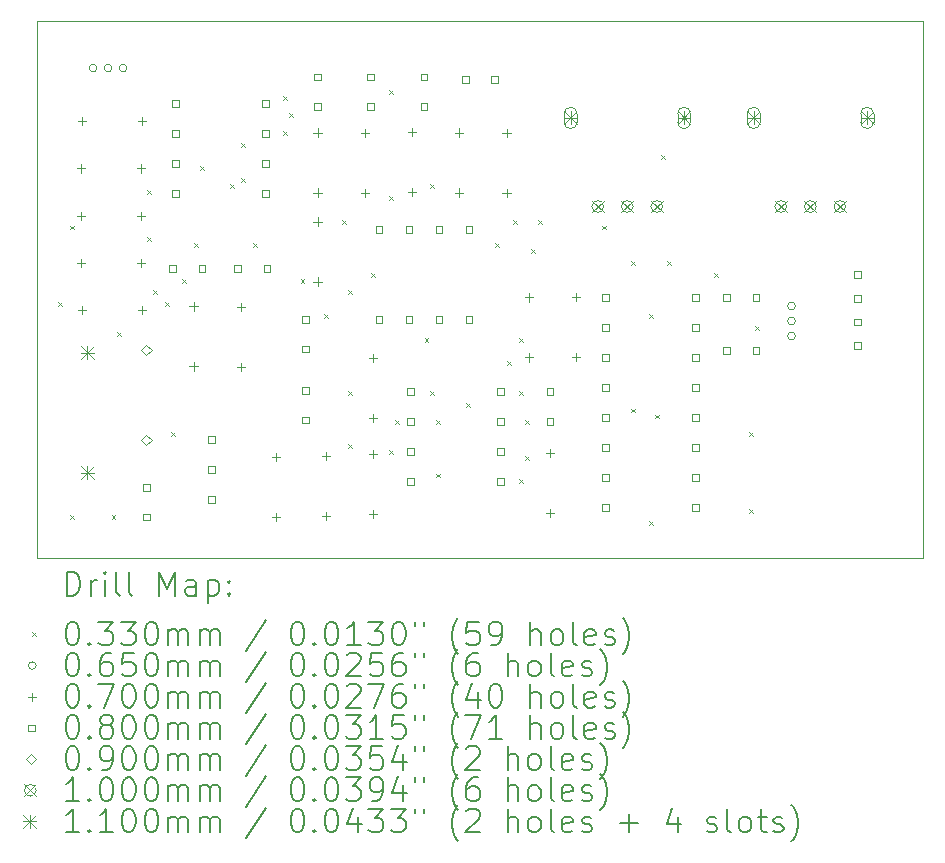
<source format=gbr>
%TF.GenerationSoftware,KiCad,Pcbnew,9.0.6*%
%TF.CreationDate,2025-12-17T23:03:54-08:00*%
%TF.ProjectId,LichKingChorus,4c696368-4b69-46e6-9743-686f7275732e,rev?*%
%TF.SameCoordinates,Original*%
%TF.FileFunction,Drillmap*%
%TF.FilePolarity,Positive*%
%FSLAX45Y45*%
G04 Gerber Fmt 4.5, Leading zero omitted, Abs format (unit mm)*
G04 Created by KiCad (PCBNEW 9.0.6) date 2025-12-17 23:03:54*
%MOMM*%
%LPD*%
G01*
G04 APERTURE LIST*
%ADD10C,0.100000*%
%ADD11C,0.200000*%
%ADD12C,0.110000*%
G04 APERTURE END LIST*
D10*
X12450000Y-7200000D02*
X19950000Y-7200000D01*
X19950000Y-11750000D01*
X12450000Y-11750000D01*
X12450000Y-7200000D01*
D11*
D10*
X12633490Y-9583490D02*
X12666510Y-9616510D01*
X12666510Y-9583490D02*
X12633490Y-9616510D01*
X12733490Y-8933490D02*
X12766510Y-8966510D01*
X12766510Y-8933490D02*
X12733490Y-8966510D01*
X12733490Y-11383490D02*
X12766510Y-11416510D01*
X12766510Y-11383490D02*
X12733490Y-11416510D01*
X13083490Y-11383490D02*
X13116510Y-11416510D01*
X13116510Y-11383490D02*
X13083490Y-11416510D01*
X13133490Y-9833490D02*
X13166510Y-9866510D01*
X13166510Y-9833490D02*
X13133490Y-9866510D01*
X13383490Y-8633490D02*
X13416510Y-8666510D01*
X13416510Y-8633490D02*
X13383490Y-8666510D01*
X13383490Y-9033490D02*
X13416510Y-9066510D01*
X13416510Y-9033490D02*
X13383490Y-9066510D01*
X13433490Y-9483490D02*
X13466510Y-9516510D01*
X13466510Y-9483490D02*
X13433490Y-9516510D01*
X13533490Y-9583490D02*
X13566510Y-9616510D01*
X13566510Y-9583490D02*
X13533490Y-9616510D01*
X13583490Y-10683490D02*
X13616510Y-10716510D01*
X13616510Y-10683490D02*
X13583490Y-10716510D01*
X13683490Y-9383490D02*
X13716510Y-9416510D01*
X13716510Y-9383490D02*
X13683490Y-9416510D01*
X13783490Y-9083490D02*
X13816510Y-9116510D01*
X13816510Y-9083490D02*
X13783490Y-9116510D01*
X13833490Y-8433490D02*
X13866510Y-8466510D01*
X13866510Y-8433490D02*
X13833490Y-8466510D01*
X14083490Y-8583490D02*
X14116510Y-8616510D01*
X14116510Y-8583490D02*
X14083490Y-8616510D01*
X14183490Y-8233490D02*
X14216510Y-8266510D01*
X14216510Y-8233490D02*
X14183490Y-8266510D01*
X14183490Y-8533490D02*
X14216510Y-8566510D01*
X14216510Y-8533490D02*
X14183490Y-8566510D01*
X14283490Y-9083490D02*
X14316510Y-9116510D01*
X14316510Y-9083490D02*
X14283490Y-9116510D01*
X14533490Y-7833490D02*
X14566510Y-7866510D01*
X14566510Y-7833490D02*
X14533490Y-7866510D01*
X14533490Y-8133490D02*
X14566510Y-8166510D01*
X14566510Y-8133490D02*
X14533490Y-8166510D01*
X14583490Y-7983490D02*
X14616510Y-8016510D01*
X14616510Y-7983490D02*
X14583490Y-8016510D01*
X14683490Y-9383490D02*
X14716510Y-9416510D01*
X14716510Y-9383490D02*
X14683490Y-9416510D01*
X14883490Y-9683490D02*
X14916510Y-9716510D01*
X14916510Y-9683490D02*
X14883490Y-9716510D01*
X15033490Y-8883490D02*
X15066510Y-8916510D01*
X15066510Y-8883490D02*
X15033490Y-8916510D01*
X15083490Y-9483490D02*
X15116510Y-9516510D01*
X15116510Y-9483490D02*
X15083490Y-9516510D01*
X15083490Y-10333490D02*
X15116510Y-10366510D01*
X15116510Y-10333490D02*
X15083490Y-10366510D01*
X15083490Y-10783490D02*
X15116510Y-10816510D01*
X15116510Y-10783490D02*
X15083490Y-10816510D01*
X15283490Y-9333490D02*
X15316510Y-9366510D01*
X15316510Y-9333490D02*
X15283490Y-9366510D01*
X15433490Y-7783490D02*
X15466510Y-7816510D01*
X15466510Y-7783490D02*
X15433490Y-7816510D01*
X15433490Y-8683490D02*
X15466510Y-8716510D01*
X15466510Y-8683490D02*
X15433490Y-8716510D01*
X15433490Y-10833490D02*
X15466510Y-10866510D01*
X15466510Y-10833490D02*
X15433490Y-10866510D01*
X15483490Y-10583490D02*
X15516510Y-10616510D01*
X15516510Y-10583490D02*
X15483490Y-10616510D01*
X15733490Y-9883490D02*
X15766510Y-9916510D01*
X15766510Y-9883490D02*
X15733490Y-9916510D01*
X15783490Y-8583490D02*
X15816510Y-8616510D01*
X15816510Y-8583490D02*
X15783490Y-8616510D01*
X15783490Y-10333490D02*
X15816510Y-10366510D01*
X15816510Y-10333490D02*
X15783490Y-10366510D01*
X15833490Y-10583490D02*
X15866510Y-10616510D01*
X15866510Y-10583490D02*
X15833490Y-10616510D01*
X15833490Y-11033490D02*
X15866510Y-11066510D01*
X15866510Y-11033490D02*
X15833490Y-11066510D01*
X16083490Y-10433490D02*
X16116510Y-10466510D01*
X16116510Y-10433490D02*
X16083490Y-10466510D01*
X16333490Y-9083490D02*
X16366510Y-9116510D01*
X16366510Y-9083490D02*
X16333490Y-9116510D01*
X16433490Y-10083490D02*
X16466510Y-10116510D01*
X16466510Y-10083490D02*
X16433490Y-10116510D01*
X16483490Y-8883490D02*
X16516510Y-8916510D01*
X16516510Y-8883490D02*
X16483490Y-8916510D01*
X16533490Y-9883490D02*
X16566510Y-9916510D01*
X16566510Y-9883490D02*
X16533490Y-9916510D01*
X16533490Y-10333490D02*
X16566510Y-10366510D01*
X16566510Y-10333490D02*
X16533490Y-10366510D01*
X16533490Y-11083490D02*
X16566510Y-11116510D01*
X16566510Y-11083490D02*
X16533490Y-11116510D01*
X16583490Y-10583490D02*
X16616510Y-10616510D01*
X16616510Y-10583490D02*
X16583490Y-10616510D01*
X16583490Y-10883490D02*
X16616510Y-10916510D01*
X16616510Y-10883490D02*
X16583490Y-10916510D01*
X16633490Y-9133490D02*
X16666510Y-9166510D01*
X16666510Y-9133490D02*
X16633490Y-9166510D01*
X16695440Y-8883490D02*
X16728460Y-8916510D01*
X16728460Y-8883490D02*
X16695440Y-8916510D01*
X17233490Y-8933490D02*
X17266510Y-8966510D01*
X17266510Y-8933490D02*
X17233490Y-8966510D01*
X17483490Y-9233490D02*
X17516510Y-9266510D01*
X17516510Y-9233490D02*
X17483490Y-9266510D01*
X17483490Y-10483490D02*
X17516510Y-10516510D01*
X17516510Y-10483490D02*
X17483490Y-10516510D01*
X17633490Y-9683490D02*
X17666510Y-9716510D01*
X17666510Y-9683490D02*
X17633490Y-9716510D01*
X17633490Y-11433490D02*
X17666510Y-11466510D01*
X17666510Y-11433490D02*
X17633490Y-11466510D01*
X17683490Y-10533490D02*
X17716510Y-10566510D01*
X17716510Y-10533490D02*
X17683490Y-10566510D01*
X17733490Y-8333490D02*
X17766510Y-8366510D01*
X17766510Y-8333490D02*
X17733490Y-8366510D01*
X17783490Y-9233490D02*
X17816510Y-9266510D01*
X17816510Y-9233490D02*
X17783490Y-9266510D01*
X18183490Y-9333490D02*
X18216510Y-9366510D01*
X18216510Y-9333490D02*
X18183490Y-9366510D01*
X18483490Y-10683490D02*
X18516510Y-10716510D01*
X18516510Y-10683490D02*
X18483490Y-10716510D01*
X18483490Y-11333490D02*
X18516510Y-11366510D01*
X18516510Y-11333490D02*
X18483490Y-11366510D01*
X18533490Y-9783490D02*
X18566510Y-9816510D01*
X18566510Y-9783490D02*
X18533490Y-9816510D01*
X12960000Y-7600000D02*
G75*
G02*
X12895000Y-7600000I-32500J0D01*
G01*
X12895000Y-7600000D02*
G75*
G02*
X12960000Y-7600000I32500J0D01*
G01*
X13087000Y-7600000D02*
G75*
G02*
X13022000Y-7600000I-32500J0D01*
G01*
X13022000Y-7600000D02*
G75*
G02*
X13087000Y-7600000I32500J0D01*
G01*
X13214000Y-7600000D02*
G75*
G02*
X13149000Y-7600000I-32500J0D01*
G01*
X13149000Y-7600000D02*
G75*
G02*
X13214000Y-7600000I32500J0D01*
G01*
X18873000Y-9615000D02*
G75*
G02*
X18808000Y-9615000I-32500J0D01*
G01*
X18808000Y-9615000D02*
G75*
G02*
X18873000Y-9615000I32500J0D01*
G01*
X18873000Y-9742000D02*
G75*
G02*
X18808000Y-9742000I-32500J0D01*
G01*
X18808000Y-9742000D02*
G75*
G02*
X18873000Y-9742000I32500J0D01*
G01*
X18873000Y-9869000D02*
G75*
G02*
X18808000Y-9869000I-32500J0D01*
G01*
X18808000Y-9869000D02*
G75*
G02*
X18873000Y-9869000I32500J0D01*
G01*
X12823500Y-8415000D02*
X12823500Y-8485000D01*
X12788500Y-8450000D02*
X12858500Y-8450000D01*
X12823500Y-8815000D02*
X12823500Y-8885000D01*
X12788500Y-8850000D02*
X12858500Y-8850000D01*
X12823500Y-9215000D02*
X12823500Y-9285000D01*
X12788500Y-9250000D02*
X12858500Y-9250000D01*
X12831500Y-8015000D02*
X12831500Y-8085000D01*
X12796500Y-8050000D02*
X12866500Y-8050000D01*
X12831500Y-9615000D02*
X12831500Y-9685000D01*
X12796500Y-9650000D02*
X12866500Y-9650000D01*
X13331500Y-8415000D02*
X13331500Y-8485000D01*
X13296500Y-8450000D02*
X13366500Y-8450000D01*
X13331500Y-8815000D02*
X13331500Y-8885000D01*
X13296500Y-8850000D02*
X13366500Y-8850000D01*
X13331500Y-9215000D02*
X13331500Y-9285000D01*
X13296500Y-9250000D02*
X13366500Y-9250000D01*
X13339500Y-8015000D02*
X13339500Y-8085000D01*
X13304500Y-8050000D02*
X13374500Y-8050000D01*
X13339500Y-9615000D02*
X13339500Y-9685000D01*
X13304500Y-9650000D02*
X13374500Y-9650000D01*
X13777500Y-9583500D02*
X13777500Y-9653500D01*
X13742500Y-9618500D02*
X13812500Y-9618500D01*
X13777500Y-10091500D02*
X13777500Y-10161500D01*
X13742500Y-10126500D02*
X13812500Y-10126500D01*
X14177500Y-9587500D02*
X14177500Y-9657500D01*
X14142500Y-9622500D02*
X14212500Y-9622500D01*
X14177500Y-10095500D02*
X14177500Y-10165500D01*
X14142500Y-10130500D02*
X14212500Y-10130500D01*
X14477500Y-10861000D02*
X14477500Y-10931000D01*
X14442500Y-10896000D02*
X14512500Y-10896000D01*
X14477500Y-11369000D02*
X14477500Y-11439000D01*
X14442500Y-11404000D02*
X14512500Y-11404000D01*
X14827500Y-8111000D02*
X14827500Y-8181000D01*
X14792500Y-8146000D02*
X14862500Y-8146000D01*
X14827500Y-8619000D02*
X14827500Y-8689000D01*
X14792500Y-8654000D02*
X14862500Y-8654000D01*
X14827500Y-8865000D02*
X14827500Y-8935000D01*
X14792500Y-8900000D02*
X14862500Y-8900000D01*
X14827500Y-9373000D02*
X14827500Y-9443000D01*
X14792500Y-9408000D02*
X14862500Y-9408000D01*
X14896000Y-10849000D02*
X14896000Y-10919000D01*
X14861000Y-10884000D02*
X14931000Y-10884000D01*
X14896000Y-11357000D02*
X14896000Y-11427000D01*
X14861000Y-11392000D02*
X14931000Y-11392000D01*
X15227500Y-8115000D02*
X15227500Y-8185000D01*
X15192500Y-8150000D02*
X15262500Y-8150000D01*
X15227500Y-8623000D02*
X15227500Y-8693000D01*
X15192500Y-8658000D02*
X15262500Y-8658000D01*
X15296000Y-10022000D02*
X15296000Y-10092000D01*
X15261000Y-10057000D02*
X15331000Y-10057000D01*
X15296000Y-10530000D02*
X15296000Y-10600000D01*
X15261000Y-10565000D02*
X15331000Y-10565000D01*
X15296000Y-10830000D02*
X15296000Y-10900000D01*
X15261000Y-10865000D02*
X15331000Y-10865000D01*
X15296000Y-11338000D02*
X15296000Y-11408000D01*
X15261000Y-11373000D02*
X15331000Y-11373000D01*
X15627500Y-8107000D02*
X15627500Y-8177000D01*
X15592500Y-8142000D02*
X15662500Y-8142000D01*
X15627500Y-8615000D02*
X15627500Y-8685000D01*
X15592500Y-8650000D02*
X15662500Y-8650000D01*
X16027500Y-8111000D02*
X16027500Y-8181000D01*
X15992500Y-8146000D02*
X16062500Y-8146000D01*
X16027500Y-8619000D02*
X16027500Y-8689000D01*
X15992500Y-8654000D02*
X16062500Y-8654000D01*
X16427500Y-8115000D02*
X16427500Y-8185000D01*
X16392500Y-8150000D02*
X16462500Y-8150000D01*
X16427500Y-8623000D02*
X16427500Y-8693000D01*
X16392500Y-8658000D02*
X16462500Y-8658000D01*
X16615500Y-9507000D02*
X16615500Y-9577000D01*
X16580500Y-9542000D02*
X16650500Y-9542000D01*
X16615500Y-10015000D02*
X16615500Y-10085000D01*
X16580500Y-10050000D02*
X16650500Y-10050000D01*
X16796000Y-10826000D02*
X16796000Y-10896000D01*
X16761000Y-10861000D02*
X16831000Y-10861000D01*
X16796000Y-11334000D02*
X16796000Y-11404000D01*
X16761000Y-11369000D02*
X16831000Y-11369000D01*
X17015500Y-9503000D02*
X17015500Y-9573000D01*
X16980500Y-9538000D02*
X17050500Y-9538000D01*
X17015500Y-10011000D02*
X17015500Y-10081000D01*
X16980500Y-10046000D02*
X17050500Y-10046000D01*
X13405784Y-11178285D02*
X13405784Y-11121716D01*
X13349215Y-11121716D01*
X13349215Y-11178285D01*
X13405784Y-11178285D01*
X13405784Y-11428284D02*
X13405784Y-11371715D01*
X13349215Y-11371715D01*
X13349215Y-11428284D01*
X13405784Y-11428284D01*
X13626784Y-9328285D02*
X13626784Y-9271716D01*
X13570215Y-9271716D01*
X13570215Y-9328285D01*
X13626784Y-9328285D01*
X13651784Y-7928284D02*
X13651784Y-7871715D01*
X13595215Y-7871715D01*
X13595215Y-7928284D01*
X13651784Y-7928284D01*
X13651784Y-8182284D02*
X13651784Y-8125715D01*
X13595215Y-8125715D01*
X13595215Y-8182284D01*
X13651784Y-8182284D01*
X13651784Y-8436285D02*
X13651784Y-8379715D01*
X13595215Y-8379715D01*
X13595215Y-8436285D01*
X13651784Y-8436285D01*
X13651784Y-8690285D02*
X13651784Y-8633716D01*
X13595215Y-8633716D01*
X13595215Y-8690285D01*
X13651784Y-8690285D01*
X13876784Y-9328285D02*
X13876784Y-9271716D01*
X13820215Y-9271716D01*
X13820215Y-9328285D01*
X13876784Y-9328285D01*
X13955784Y-10774285D02*
X13955784Y-10717716D01*
X13899215Y-10717716D01*
X13899215Y-10774285D01*
X13955784Y-10774285D01*
X13955784Y-11028285D02*
X13955784Y-10971716D01*
X13899215Y-10971716D01*
X13899215Y-11028285D01*
X13955784Y-11028285D01*
X13955784Y-11282284D02*
X13955784Y-11225715D01*
X13899215Y-11225715D01*
X13899215Y-11282284D01*
X13955784Y-11282284D01*
X14176784Y-9328285D02*
X14176784Y-9271716D01*
X14120215Y-9271716D01*
X14120215Y-9328285D01*
X14176784Y-9328285D01*
X14413784Y-7928284D02*
X14413784Y-7871715D01*
X14357215Y-7871715D01*
X14357215Y-7928284D01*
X14413784Y-7928284D01*
X14413784Y-8182284D02*
X14413784Y-8125715D01*
X14357215Y-8125715D01*
X14357215Y-8182284D01*
X14413784Y-8182284D01*
X14413784Y-8436285D02*
X14413784Y-8379715D01*
X14357215Y-8379715D01*
X14357215Y-8436285D01*
X14413784Y-8436285D01*
X14413784Y-8690285D02*
X14413784Y-8633716D01*
X14357215Y-8633716D01*
X14357215Y-8690285D01*
X14413784Y-8690285D01*
X14426784Y-9328285D02*
X14426784Y-9271716D01*
X14370215Y-9271716D01*
X14370215Y-9328285D01*
X14426784Y-9328285D01*
X14755784Y-9757773D02*
X14755784Y-9701204D01*
X14699215Y-9701204D01*
X14699215Y-9757773D01*
X14755784Y-9757773D01*
X14755784Y-10007773D02*
X14755784Y-9951204D01*
X14699215Y-9951204D01*
X14699215Y-10007773D01*
X14755784Y-10007773D01*
X14755784Y-10357773D02*
X14755784Y-10301204D01*
X14699215Y-10301204D01*
X14699215Y-10357773D01*
X14755784Y-10357773D01*
X14755784Y-10607773D02*
X14755784Y-10551204D01*
X14699215Y-10551204D01*
X14699215Y-10607773D01*
X14755784Y-10607773D01*
X14855784Y-7703284D02*
X14855784Y-7646715D01*
X14799215Y-7646715D01*
X14799215Y-7703284D01*
X14855784Y-7703284D01*
X14855784Y-7953284D02*
X14855784Y-7896715D01*
X14799215Y-7896715D01*
X14799215Y-7953284D01*
X14855784Y-7953284D01*
X15305784Y-7703284D02*
X15305784Y-7646715D01*
X15249215Y-7646715D01*
X15249215Y-7703284D01*
X15305784Y-7703284D01*
X15305784Y-7953284D02*
X15305784Y-7896715D01*
X15249215Y-7896715D01*
X15249215Y-7953284D01*
X15305784Y-7953284D01*
X15374784Y-8997785D02*
X15374784Y-8941216D01*
X15318215Y-8941216D01*
X15318215Y-8997785D01*
X15374784Y-8997785D01*
X15374784Y-9759785D02*
X15374784Y-9703216D01*
X15318215Y-9703216D01*
X15318215Y-9759785D01*
X15374784Y-9759785D01*
X15628784Y-8997785D02*
X15628784Y-8941216D01*
X15572215Y-8941216D01*
X15572215Y-8997785D01*
X15628784Y-8997785D01*
X15628784Y-9759785D02*
X15628784Y-9703216D01*
X15572215Y-9703216D01*
X15572215Y-9759785D01*
X15628784Y-9759785D01*
X15643784Y-10366285D02*
X15643784Y-10309716D01*
X15587215Y-10309716D01*
X15587215Y-10366285D01*
X15643784Y-10366285D01*
X15643784Y-10620285D02*
X15643784Y-10563716D01*
X15587215Y-10563716D01*
X15587215Y-10620285D01*
X15643784Y-10620285D01*
X15643784Y-10874285D02*
X15643784Y-10817716D01*
X15587215Y-10817716D01*
X15587215Y-10874285D01*
X15643784Y-10874285D01*
X15643784Y-11128285D02*
X15643784Y-11071716D01*
X15587215Y-11071716D01*
X15587215Y-11128285D01*
X15643784Y-11128285D01*
X15755784Y-7703284D02*
X15755784Y-7646715D01*
X15699215Y-7646715D01*
X15699215Y-7703284D01*
X15755784Y-7703284D01*
X15755784Y-7953284D02*
X15755784Y-7896715D01*
X15699215Y-7896715D01*
X15699215Y-7953284D01*
X15755784Y-7953284D01*
X15882784Y-8997785D02*
X15882784Y-8941216D01*
X15826215Y-8941216D01*
X15826215Y-8997785D01*
X15882784Y-8997785D01*
X15882784Y-9759785D02*
X15882784Y-9703216D01*
X15826215Y-9703216D01*
X15826215Y-9759785D01*
X15882784Y-9759785D01*
X16105784Y-7728284D02*
X16105784Y-7671715D01*
X16049215Y-7671715D01*
X16049215Y-7728284D01*
X16105784Y-7728284D01*
X16136784Y-8997785D02*
X16136784Y-8941216D01*
X16080215Y-8941216D01*
X16080215Y-8997785D01*
X16136784Y-8997785D01*
X16136784Y-9759785D02*
X16136784Y-9703216D01*
X16080215Y-9703216D01*
X16080215Y-9759785D01*
X16136784Y-9759785D01*
X16355784Y-7728284D02*
X16355784Y-7671715D01*
X16299215Y-7671715D01*
X16299215Y-7728284D01*
X16355784Y-7728284D01*
X16405784Y-10366285D02*
X16405784Y-10309716D01*
X16349215Y-10309716D01*
X16349215Y-10366285D01*
X16405784Y-10366285D01*
X16405784Y-10620285D02*
X16405784Y-10563716D01*
X16349215Y-10563716D01*
X16349215Y-10620285D01*
X16405784Y-10620285D01*
X16405784Y-10874285D02*
X16405784Y-10817716D01*
X16349215Y-10817716D01*
X16349215Y-10874285D01*
X16405784Y-10874285D01*
X16405784Y-11128285D02*
X16405784Y-11071716D01*
X16349215Y-11071716D01*
X16349215Y-11128285D01*
X16405784Y-11128285D01*
X16824285Y-10368285D02*
X16824285Y-10311716D01*
X16767715Y-10311716D01*
X16767715Y-10368285D01*
X16824285Y-10368285D01*
X16824285Y-10618285D02*
X16824285Y-10561716D01*
X16767715Y-10561716D01*
X16767715Y-10618285D01*
X16824285Y-10618285D01*
X17293785Y-9570285D02*
X17293785Y-9513716D01*
X17237216Y-9513716D01*
X17237216Y-9570285D01*
X17293785Y-9570285D01*
X17293785Y-9824285D02*
X17293785Y-9767716D01*
X17237216Y-9767716D01*
X17237216Y-9824285D01*
X17293785Y-9824285D01*
X17293785Y-10078285D02*
X17293785Y-10021716D01*
X17237216Y-10021716D01*
X17237216Y-10078285D01*
X17293785Y-10078285D01*
X17293785Y-10332285D02*
X17293785Y-10275716D01*
X17237216Y-10275716D01*
X17237216Y-10332285D01*
X17293785Y-10332285D01*
X17293785Y-10586285D02*
X17293785Y-10529716D01*
X17237216Y-10529716D01*
X17237216Y-10586285D01*
X17293785Y-10586285D01*
X17293785Y-10840285D02*
X17293785Y-10783716D01*
X17237216Y-10783716D01*
X17237216Y-10840285D01*
X17293785Y-10840285D01*
X17293785Y-11094285D02*
X17293785Y-11037716D01*
X17237216Y-11037716D01*
X17237216Y-11094285D01*
X17293785Y-11094285D01*
X17293785Y-11348284D02*
X17293785Y-11291715D01*
X17237216Y-11291715D01*
X17237216Y-11348284D01*
X17293785Y-11348284D01*
X18055785Y-9570285D02*
X18055785Y-9513716D01*
X17999216Y-9513716D01*
X17999216Y-9570285D01*
X18055785Y-9570285D01*
X18055785Y-9824285D02*
X18055785Y-9767716D01*
X17999216Y-9767716D01*
X17999216Y-9824285D01*
X18055785Y-9824285D01*
X18055785Y-10078285D02*
X18055785Y-10021716D01*
X17999216Y-10021716D01*
X17999216Y-10078285D01*
X18055785Y-10078285D01*
X18055785Y-10332285D02*
X18055785Y-10275716D01*
X17999216Y-10275716D01*
X17999216Y-10332285D01*
X18055785Y-10332285D01*
X18055785Y-10586285D02*
X18055785Y-10529716D01*
X17999216Y-10529716D01*
X17999216Y-10586285D01*
X18055785Y-10586285D01*
X18055785Y-10840285D02*
X18055785Y-10783716D01*
X17999216Y-10783716D01*
X17999216Y-10840285D01*
X18055785Y-10840285D01*
X18055785Y-11094285D02*
X18055785Y-11037716D01*
X17999216Y-11037716D01*
X17999216Y-11094285D01*
X18055785Y-11094285D01*
X18055785Y-11348284D02*
X18055785Y-11291715D01*
X17999216Y-11291715D01*
X17999216Y-11348284D01*
X18055785Y-11348284D01*
X18318785Y-9570285D02*
X18318785Y-9513716D01*
X18262216Y-9513716D01*
X18262216Y-9570285D01*
X18318785Y-9570285D01*
X18318785Y-10020285D02*
X18318785Y-9963716D01*
X18262216Y-9963716D01*
X18262216Y-10020285D01*
X18318785Y-10020285D01*
X18568785Y-9570285D02*
X18568785Y-9513716D01*
X18512216Y-9513716D01*
X18512216Y-9570285D01*
X18568785Y-9570285D01*
X18568785Y-10020285D02*
X18568785Y-9963716D01*
X18512216Y-9963716D01*
X18512216Y-10020285D01*
X18568785Y-10020285D01*
X19428285Y-9378285D02*
X19428285Y-9321716D01*
X19371716Y-9321716D01*
X19371716Y-9378285D01*
X19428285Y-9378285D01*
X19428285Y-9578285D02*
X19428285Y-9521716D01*
X19371716Y-9521716D01*
X19371716Y-9578285D01*
X19428285Y-9578285D01*
X19428285Y-9778285D02*
X19428285Y-9721716D01*
X19371716Y-9721716D01*
X19371716Y-9778285D01*
X19428285Y-9778285D01*
X19428285Y-9978285D02*
X19428285Y-9921716D01*
X19371716Y-9921716D01*
X19371716Y-9978285D01*
X19428285Y-9978285D01*
X13377500Y-10033000D02*
X13422500Y-9988000D01*
X13377500Y-9943000D01*
X13332500Y-9988000D01*
X13377500Y-10033000D01*
X13377500Y-10795000D02*
X13422500Y-10750000D01*
X13377500Y-10705000D01*
X13332500Y-10750000D01*
X13377500Y-10795000D01*
X17150000Y-8722500D02*
X17250000Y-8822500D01*
X17250000Y-8722500D02*
X17150000Y-8822500D01*
X17250000Y-8772500D02*
G75*
G02*
X17150000Y-8772500I-50000J0D01*
G01*
X17150000Y-8772500D02*
G75*
G02*
X17250000Y-8772500I50000J0D01*
G01*
X17400000Y-8722500D02*
X17500000Y-8822500D01*
X17500000Y-8722500D02*
X17400000Y-8822500D01*
X17500000Y-8772500D02*
G75*
G02*
X17400000Y-8772500I-50000J0D01*
G01*
X17400000Y-8772500D02*
G75*
G02*
X17500000Y-8772500I50000J0D01*
G01*
X17650000Y-8722500D02*
X17750000Y-8822500D01*
X17750000Y-8722500D02*
X17650000Y-8822500D01*
X17750000Y-8772500D02*
G75*
G02*
X17650000Y-8772500I-50000J0D01*
G01*
X17650000Y-8772500D02*
G75*
G02*
X17750000Y-8772500I50000J0D01*
G01*
X18700000Y-8722500D02*
X18800000Y-8822500D01*
X18800000Y-8722500D02*
X18700000Y-8822500D01*
X18800000Y-8772500D02*
G75*
G02*
X18700000Y-8772500I-50000J0D01*
G01*
X18700000Y-8772500D02*
G75*
G02*
X18800000Y-8772500I50000J0D01*
G01*
X18950000Y-8722500D02*
X19050000Y-8822500D01*
X19050000Y-8722500D02*
X18950000Y-8822500D01*
X19050000Y-8772500D02*
G75*
G02*
X18950000Y-8772500I-50000J0D01*
G01*
X18950000Y-8772500D02*
G75*
G02*
X19050000Y-8772500I50000J0D01*
G01*
X19200000Y-8722500D02*
X19300000Y-8822500D01*
X19300000Y-8722500D02*
X19200000Y-8822500D01*
X19300000Y-8772500D02*
G75*
G02*
X19200000Y-8772500I-50000J0D01*
G01*
X19200000Y-8772500D02*
G75*
G02*
X19300000Y-8772500I50000J0D01*
G01*
D12*
X12822500Y-9956000D02*
X12932500Y-10066000D01*
X12932500Y-9956000D02*
X12822500Y-10066000D01*
X12877500Y-9956000D02*
X12877500Y-10066000D01*
X12822500Y-10011000D02*
X12932500Y-10011000D01*
X12822500Y-10972000D02*
X12932500Y-11082000D01*
X12932500Y-10972000D02*
X12822500Y-11082000D01*
X12877500Y-10972000D02*
X12877500Y-11082000D01*
X12822500Y-11027000D02*
X12932500Y-11027000D01*
X16915000Y-7967500D02*
X17025000Y-8077500D01*
X17025000Y-7967500D02*
X16915000Y-8077500D01*
X16970000Y-7967500D02*
X16970000Y-8077500D01*
X16915000Y-8022500D02*
X17025000Y-8022500D01*
D10*
X17025000Y-8057500D02*
X17025000Y-7987500D01*
X16915000Y-7987500D02*
G75*
G02*
X17025000Y-7987500I55000J0D01*
G01*
X16915000Y-7987500D02*
X16915000Y-8057500D01*
X16915000Y-8057500D02*
G75*
G03*
X17025000Y-8057500I55000J0D01*
G01*
D12*
X17875000Y-7967500D02*
X17985000Y-8077500D01*
X17985000Y-7967500D02*
X17875000Y-8077500D01*
X17930000Y-7967500D02*
X17930000Y-8077500D01*
X17875000Y-8022500D02*
X17985000Y-8022500D01*
D10*
X17985000Y-8057500D02*
X17985000Y-7987500D01*
X17875000Y-7987500D02*
G75*
G02*
X17985000Y-7987500I55000J0D01*
G01*
X17875000Y-7987500D02*
X17875000Y-8057500D01*
X17875000Y-8057500D02*
G75*
G03*
X17985000Y-8057500I55000J0D01*
G01*
D12*
X18465000Y-7967500D02*
X18575000Y-8077500D01*
X18575000Y-7967500D02*
X18465000Y-8077500D01*
X18520000Y-7967500D02*
X18520000Y-8077500D01*
X18465000Y-8022500D02*
X18575000Y-8022500D01*
D10*
X18575000Y-8057500D02*
X18575000Y-7987500D01*
X18465000Y-7987500D02*
G75*
G02*
X18575000Y-7987500I55000J0D01*
G01*
X18465000Y-7987500D02*
X18465000Y-8057500D01*
X18465000Y-8057500D02*
G75*
G03*
X18575000Y-8057500I55000J0D01*
G01*
D12*
X19425000Y-7967500D02*
X19535000Y-8077500D01*
X19535000Y-7967500D02*
X19425000Y-8077500D01*
X19480000Y-7967500D02*
X19480000Y-8077500D01*
X19425000Y-8022500D02*
X19535000Y-8022500D01*
D10*
X19535000Y-8057500D02*
X19535000Y-7987500D01*
X19425000Y-7987500D02*
G75*
G02*
X19535000Y-7987500I55000J0D01*
G01*
X19425000Y-7987500D02*
X19425000Y-8057500D01*
X19425000Y-8057500D02*
G75*
G03*
X19535000Y-8057500I55000J0D01*
G01*
D11*
X12705777Y-12066484D02*
X12705777Y-11866484D01*
X12705777Y-11866484D02*
X12753396Y-11866484D01*
X12753396Y-11866484D02*
X12781967Y-11876008D01*
X12781967Y-11876008D02*
X12801015Y-11895055D01*
X12801015Y-11895055D02*
X12810539Y-11914103D01*
X12810539Y-11914103D02*
X12820062Y-11952198D01*
X12820062Y-11952198D02*
X12820062Y-11980769D01*
X12820062Y-11980769D02*
X12810539Y-12018865D01*
X12810539Y-12018865D02*
X12801015Y-12037912D01*
X12801015Y-12037912D02*
X12781967Y-12056960D01*
X12781967Y-12056960D02*
X12753396Y-12066484D01*
X12753396Y-12066484D02*
X12705777Y-12066484D01*
X12905777Y-12066484D02*
X12905777Y-11933150D01*
X12905777Y-11971246D02*
X12915301Y-11952198D01*
X12915301Y-11952198D02*
X12924824Y-11942674D01*
X12924824Y-11942674D02*
X12943872Y-11933150D01*
X12943872Y-11933150D02*
X12962920Y-11933150D01*
X13029586Y-12066484D02*
X13029586Y-11933150D01*
X13029586Y-11866484D02*
X13020062Y-11876008D01*
X13020062Y-11876008D02*
X13029586Y-11885531D01*
X13029586Y-11885531D02*
X13039110Y-11876008D01*
X13039110Y-11876008D02*
X13029586Y-11866484D01*
X13029586Y-11866484D02*
X13029586Y-11885531D01*
X13153396Y-12066484D02*
X13134348Y-12056960D01*
X13134348Y-12056960D02*
X13124824Y-12037912D01*
X13124824Y-12037912D02*
X13124824Y-11866484D01*
X13258158Y-12066484D02*
X13239110Y-12056960D01*
X13239110Y-12056960D02*
X13229586Y-12037912D01*
X13229586Y-12037912D02*
X13229586Y-11866484D01*
X13486729Y-12066484D02*
X13486729Y-11866484D01*
X13486729Y-11866484D02*
X13553396Y-12009341D01*
X13553396Y-12009341D02*
X13620062Y-11866484D01*
X13620062Y-11866484D02*
X13620062Y-12066484D01*
X13801015Y-12066484D02*
X13801015Y-11961722D01*
X13801015Y-11961722D02*
X13791491Y-11942674D01*
X13791491Y-11942674D02*
X13772443Y-11933150D01*
X13772443Y-11933150D02*
X13734348Y-11933150D01*
X13734348Y-11933150D02*
X13715301Y-11942674D01*
X13801015Y-12056960D02*
X13781967Y-12066484D01*
X13781967Y-12066484D02*
X13734348Y-12066484D01*
X13734348Y-12066484D02*
X13715301Y-12056960D01*
X13715301Y-12056960D02*
X13705777Y-12037912D01*
X13705777Y-12037912D02*
X13705777Y-12018865D01*
X13705777Y-12018865D02*
X13715301Y-11999817D01*
X13715301Y-11999817D02*
X13734348Y-11990293D01*
X13734348Y-11990293D02*
X13781967Y-11990293D01*
X13781967Y-11990293D02*
X13801015Y-11980769D01*
X13896253Y-11933150D02*
X13896253Y-12133150D01*
X13896253Y-11942674D02*
X13915301Y-11933150D01*
X13915301Y-11933150D02*
X13953396Y-11933150D01*
X13953396Y-11933150D02*
X13972443Y-11942674D01*
X13972443Y-11942674D02*
X13981967Y-11952198D01*
X13981967Y-11952198D02*
X13991491Y-11971246D01*
X13991491Y-11971246D02*
X13991491Y-12028388D01*
X13991491Y-12028388D02*
X13981967Y-12047436D01*
X13981967Y-12047436D02*
X13972443Y-12056960D01*
X13972443Y-12056960D02*
X13953396Y-12066484D01*
X13953396Y-12066484D02*
X13915301Y-12066484D01*
X13915301Y-12066484D02*
X13896253Y-12056960D01*
X14077205Y-12047436D02*
X14086729Y-12056960D01*
X14086729Y-12056960D02*
X14077205Y-12066484D01*
X14077205Y-12066484D02*
X14067682Y-12056960D01*
X14067682Y-12056960D02*
X14077205Y-12047436D01*
X14077205Y-12047436D02*
X14077205Y-12066484D01*
X14077205Y-11942674D02*
X14086729Y-11952198D01*
X14086729Y-11952198D02*
X14077205Y-11961722D01*
X14077205Y-11961722D02*
X14067682Y-11952198D01*
X14067682Y-11952198D02*
X14077205Y-11942674D01*
X14077205Y-11942674D02*
X14077205Y-11961722D01*
D10*
X12411980Y-12378490D02*
X12445000Y-12411510D01*
X12445000Y-12378490D02*
X12411980Y-12411510D01*
D11*
X12743872Y-12286484D02*
X12762920Y-12286484D01*
X12762920Y-12286484D02*
X12781967Y-12296008D01*
X12781967Y-12296008D02*
X12791491Y-12305531D01*
X12791491Y-12305531D02*
X12801015Y-12324579D01*
X12801015Y-12324579D02*
X12810539Y-12362674D01*
X12810539Y-12362674D02*
X12810539Y-12410293D01*
X12810539Y-12410293D02*
X12801015Y-12448388D01*
X12801015Y-12448388D02*
X12791491Y-12467436D01*
X12791491Y-12467436D02*
X12781967Y-12476960D01*
X12781967Y-12476960D02*
X12762920Y-12486484D01*
X12762920Y-12486484D02*
X12743872Y-12486484D01*
X12743872Y-12486484D02*
X12724824Y-12476960D01*
X12724824Y-12476960D02*
X12715301Y-12467436D01*
X12715301Y-12467436D02*
X12705777Y-12448388D01*
X12705777Y-12448388D02*
X12696253Y-12410293D01*
X12696253Y-12410293D02*
X12696253Y-12362674D01*
X12696253Y-12362674D02*
X12705777Y-12324579D01*
X12705777Y-12324579D02*
X12715301Y-12305531D01*
X12715301Y-12305531D02*
X12724824Y-12296008D01*
X12724824Y-12296008D02*
X12743872Y-12286484D01*
X12896253Y-12467436D02*
X12905777Y-12476960D01*
X12905777Y-12476960D02*
X12896253Y-12486484D01*
X12896253Y-12486484D02*
X12886729Y-12476960D01*
X12886729Y-12476960D02*
X12896253Y-12467436D01*
X12896253Y-12467436D02*
X12896253Y-12486484D01*
X12972443Y-12286484D02*
X13096253Y-12286484D01*
X13096253Y-12286484D02*
X13029586Y-12362674D01*
X13029586Y-12362674D02*
X13058158Y-12362674D01*
X13058158Y-12362674D02*
X13077205Y-12372198D01*
X13077205Y-12372198D02*
X13086729Y-12381722D01*
X13086729Y-12381722D02*
X13096253Y-12400769D01*
X13096253Y-12400769D02*
X13096253Y-12448388D01*
X13096253Y-12448388D02*
X13086729Y-12467436D01*
X13086729Y-12467436D02*
X13077205Y-12476960D01*
X13077205Y-12476960D02*
X13058158Y-12486484D01*
X13058158Y-12486484D02*
X13001015Y-12486484D01*
X13001015Y-12486484D02*
X12981967Y-12476960D01*
X12981967Y-12476960D02*
X12972443Y-12467436D01*
X13162920Y-12286484D02*
X13286729Y-12286484D01*
X13286729Y-12286484D02*
X13220062Y-12362674D01*
X13220062Y-12362674D02*
X13248634Y-12362674D01*
X13248634Y-12362674D02*
X13267682Y-12372198D01*
X13267682Y-12372198D02*
X13277205Y-12381722D01*
X13277205Y-12381722D02*
X13286729Y-12400769D01*
X13286729Y-12400769D02*
X13286729Y-12448388D01*
X13286729Y-12448388D02*
X13277205Y-12467436D01*
X13277205Y-12467436D02*
X13267682Y-12476960D01*
X13267682Y-12476960D02*
X13248634Y-12486484D01*
X13248634Y-12486484D02*
X13191491Y-12486484D01*
X13191491Y-12486484D02*
X13172443Y-12476960D01*
X13172443Y-12476960D02*
X13162920Y-12467436D01*
X13410539Y-12286484D02*
X13429586Y-12286484D01*
X13429586Y-12286484D02*
X13448634Y-12296008D01*
X13448634Y-12296008D02*
X13458158Y-12305531D01*
X13458158Y-12305531D02*
X13467682Y-12324579D01*
X13467682Y-12324579D02*
X13477205Y-12362674D01*
X13477205Y-12362674D02*
X13477205Y-12410293D01*
X13477205Y-12410293D02*
X13467682Y-12448388D01*
X13467682Y-12448388D02*
X13458158Y-12467436D01*
X13458158Y-12467436D02*
X13448634Y-12476960D01*
X13448634Y-12476960D02*
X13429586Y-12486484D01*
X13429586Y-12486484D02*
X13410539Y-12486484D01*
X13410539Y-12486484D02*
X13391491Y-12476960D01*
X13391491Y-12476960D02*
X13381967Y-12467436D01*
X13381967Y-12467436D02*
X13372443Y-12448388D01*
X13372443Y-12448388D02*
X13362920Y-12410293D01*
X13362920Y-12410293D02*
X13362920Y-12362674D01*
X13362920Y-12362674D02*
X13372443Y-12324579D01*
X13372443Y-12324579D02*
X13381967Y-12305531D01*
X13381967Y-12305531D02*
X13391491Y-12296008D01*
X13391491Y-12296008D02*
X13410539Y-12286484D01*
X13562920Y-12486484D02*
X13562920Y-12353150D01*
X13562920Y-12372198D02*
X13572443Y-12362674D01*
X13572443Y-12362674D02*
X13591491Y-12353150D01*
X13591491Y-12353150D02*
X13620063Y-12353150D01*
X13620063Y-12353150D02*
X13639110Y-12362674D01*
X13639110Y-12362674D02*
X13648634Y-12381722D01*
X13648634Y-12381722D02*
X13648634Y-12486484D01*
X13648634Y-12381722D02*
X13658158Y-12362674D01*
X13658158Y-12362674D02*
X13677205Y-12353150D01*
X13677205Y-12353150D02*
X13705777Y-12353150D01*
X13705777Y-12353150D02*
X13724824Y-12362674D01*
X13724824Y-12362674D02*
X13734348Y-12381722D01*
X13734348Y-12381722D02*
X13734348Y-12486484D01*
X13829586Y-12486484D02*
X13829586Y-12353150D01*
X13829586Y-12372198D02*
X13839110Y-12362674D01*
X13839110Y-12362674D02*
X13858158Y-12353150D01*
X13858158Y-12353150D02*
X13886729Y-12353150D01*
X13886729Y-12353150D02*
X13905777Y-12362674D01*
X13905777Y-12362674D02*
X13915301Y-12381722D01*
X13915301Y-12381722D02*
X13915301Y-12486484D01*
X13915301Y-12381722D02*
X13924824Y-12362674D01*
X13924824Y-12362674D02*
X13943872Y-12353150D01*
X13943872Y-12353150D02*
X13972443Y-12353150D01*
X13972443Y-12353150D02*
X13991491Y-12362674D01*
X13991491Y-12362674D02*
X14001015Y-12381722D01*
X14001015Y-12381722D02*
X14001015Y-12486484D01*
X14391491Y-12276960D02*
X14220063Y-12534103D01*
X14648634Y-12286484D02*
X14667682Y-12286484D01*
X14667682Y-12286484D02*
X14686729Y-12296008D01*
X14686729Y-12296008D02*
X14696253Y-12305531D01*
X14696253Y-12305531D02*
X14705777Y-12324579D01*
X14705777Y-12324579D02*
X14715301Y-12362674D01*
X14715301Y-12362674D02*
X14715301Y-12410293D01*
X14715301Y-12410293D02*
X14705777Y-12448388D01*
X14705777Y-12448388D02*
X14696253Y-12467436D01*
X14696253Y-12467436D02*
X14686729Y-12476960D01*
X14686729Y-12476960D02*
X14667682Y-12486484D01*
X14667682Y-12486484D02*
X14648634Y-12486484D01*
X14648634Y-12486484D02*
X14629586Y-12476960D01*
X14629586Y-12476960D02*
X14620063Y-12467436D01*
X14620063Y-12467436D02*
X14610539Y-12448388D01*
X14610539Y-12448388D02*
X14601015Y-12410293D01*
X14601015Y-12410293D02*
X14601015Y-12362674D01*
X14601015Y-12362674D02*
X14610539Y-12324579D01*
X14610539Y-12324579D02*
X14620063Y-12305531D01*
X14620063Y-12305531D02*
X14629586Y-12296008D01*
X14629586Y-12296008D02*
X14648634Y-12286484D01*
X14801015Y-12467436D02*
X14810539Y-12476960D01*
X14810539Y-12476960D02*
X14801015Y-12486484D01*
X14801015Y-12486484D02*
X14791491Y-12476960D01*
X14791491Y-12476960D02*
X14801015Y-12467436D01*
X14801015Y-12467436D02*
X14801015Y-12486484D01*
X14934348Y-12286484D02*
X14953396Y-12286484D01*
X14953396Y-12286484D02*
X14972444Y-12296008D01*
X14972444Y-12296008D02*
X14981967Y-12305531D01*
X14981967Y-12305531D02*
X14991491Y-12324579D01*
X14991491Y-12324579D02*
X15001015Y-12362674D01*
X15001015Y-12362674D02*
X15001015Y-12410293D01*
X15001015Y-12410293D02*
X14991491Y-12448388D01*
X14991491Y-12448388D02*
X14981967Y-12467436D01*
X14981967Y-12467436D02*
X14972444Y-12476960D01*
X14972444Y-12476960D02*
X14953396Y-12486484D01*
X14953396Y-12486484D02*
X14934348Y-12486484D01*
X14934348Y-12486484D02*
X14915301Y-12476960D01*
X14915301Y-12476960D02*
X14905777Y-12467436D01*
X14905777Y-12467436D02*
X14896253Y-12448388D01*
X14896253Y-12448388D02*
X14886729Y-12410293D01*
X14886729Y-12410293D02*
X14886729Y-12362674D01*
X14886729Y-12362674D02*
X14896253Y-12324579D01*
X14896253Y-12324579D02*
X14905777Y-12305531D01*
X14905777Y-12305531D02*
X14915301Y-12296008D01*
X14915301Y-12296008D02*
X14934348Y-12286484D01*
X15191491Y-12486484D02*
X15077206Y-12486484D01*
X15134348Y-12486484D02*
X15134348Y-12286484D01*
X15134348Y-12286484D02*
X15115301Y-12315055D01*
X15115301Y-12315055D02*
X15096253Y-12334103D01*
X15096253Y-12334103D02*
X15077206Y-12343627D01*
X15258158Y-12286484D02*
X15381967Y-12286484D01*
X15381967Y-12286484D02*
X15315301Y-12362674D01*
X15315301Y-12362674D02*
X15343872Y-12362674D01*
X15343872Y-12362674D02*
X15362920Y-12372198D01*
X15362920Y-12372198D02*
X15372444Y-12381722D01*
X15372444Y-12381722D02*
X15381967Y-12400769D01*
X15381967Y-12400769D02*
X15381967Y-12448388D01*
X15381967Y-12448388D02*
X15372444Y-12467436D01*
X15372444Y-12467436D02*
X15362920Y-12476960D01*
X15362920Y-12476960D02*
X15343872Y-12486484D01*
X15343872Y-12486484D02*
X15286729Y-12486484D01*
X15286729Y-12486484D02*
X15267682Y-12476960D01*
X15267682Y-12476960D02*
X15258158Y-12467436D01*
X15505777Y-12286484D02*
X15524825Y-12286484D01*
X15524825Y-12286484D02*
X15543872Y-12296008D01*
X15543872Y-12296008D02*
X15553396Y-12305531D01*
X15553396Y-12305531D02*
X15562920Y-12324579D01*
X15562920Y-12324579D02*
X15572444Y-12362674D01*
X15572444Y-12362674D02*
X15572444Y-12410293D01*
X15572444Y-12410293D02*
X15562920Y-12448388D01*
X15562920Y-12448388D02*
X15553396Y-12467436D01*
X15553396Y-12467436D02*
X15543872Y-12476960D01*
X15543872Y-12476960D02*
X15524825Y-12486484D01*
X15524825Y-12486484D02*
X15505777Y-12486484D01*
X15505777Y-12486484D02*
X15486729Y-12476960D01*
X15486729Y-12476960D02*
X15477206Y-12467436D01*
X15477206Y-12467436D02*
X15467682Y-12448388D01*
X15467682Y-12448388D02*
X15458158Y-12410293D01*
X15458158Y-12410293D02*
X15458158Y-12362674D01*
X15458158Y-12362674D02*
X15467682Y-12324579D01*
X15467682Y-12324579D02*
X15477206Y-12305531D01*
X15477206Y-12305531D02*
X15486729Y-12296008D01*
X15486729Y-12296008D02*
X15505777Y-12286484D01*
X15648634Y-12286484D02*
X15648634Y-12324579D01*
X15724825Y-12286484D02*
X15724825Y-12324579D01*
X16020063Y-12562674D02*
X16010539Y-12553150D01*
X16010539Y-12553150D02*
X15991491Y-12524579D01*
X15991491Y-12524579D02*
X15981968Y-12505531D01*
X15981968Y-12505531D02*
X15972444Y-12476960D01*
X15972444Y-12476960D02*
X15962920Y-12429341D01*
X15962920Y-12429341D02*
X15962920Y-12391246D01*
X15962920Y-12391246D02*
X15972444Y-12343627D01*
X15972444Y-12343627D02*
X15981968Y-12315055D01*
X15981968Y-12315055D02*
X15991491Y-12296008D01*
X15991491Y-12296008D02*
X16010539Y-12267436D01*
X16010539Y-12267436D02*
X16020063Y-12257912D01*
X16191491Y-12286484D02*
X16096253Y-12286484D01*
X16096253Y-12286484D02*
X16086729Y-12381722D01*
X16086729Y-12381722D02*
X16096253Y-12372198D01*
X16096253Y-12372198D02*
X16115301Y-12362674D01*
X16115301Y-12362674D02*
X16162920Y-12362674D01*
X16162920Y-12362674D02*
X16181968Y-12372198D01*
X16181968Y-12372198D02*
X16191491Y-12381722D01*
X16191491Y-12381722D02*
X16201015Y-12400769D01*
X16201015Y-12400769D02*
X16201015Y-12448388D01*
X16201015Y-12448388D02*
X16191491Y-12467436D01*
X16191491Y-12467436D02*
X16181968Y-12476960D01*
X16181968Y-12476960D02*
X16162920Y-12486484D01*
X16162920Y-12486484D02*
X16115301Y-12486484D01*
X16115301Y-12486484D02*
X16096253Y-12476960D01*
X16096253Y-12476960D02*
X16086729Y-12467436D01*
X16296253Y-12486484D02*
X16334348Y-12486484D01*
X16334348Y-12486484D02*
X16353396Y-12476960D01*
X16353396Y-12476960D02*
X16362920Y-12467436D01*
X16362920Y-12467436D02*
X16381968Y-12438865D01*
X16381968Y-12438865D02*
X16391491Y-12400769D01*
X16391491Y-12400769D02*
X16391491Y-12324579D01*
X16391491Y-12324579D02*
X16381968Y-12305531D01*
X16381968Y-12305531D02*
X16372444Y-12296008D01*
X16372444Y-12296008D02*
X16353396Y-12286484D01*
X16353396Y-12286484D02*
X16315301Y-12286484D01*
X16315301Y-12286484D02*
X16296253Y-12296008D01*
X16296253Y-12296008D02*
X16286729Y-12305531D01*
X16286729Y-12305531D02*
X16277206Y-12324579D01*
X16277206Y-12324579D02*
X16277206Y-12372198D01*
X16277206Y-12372198D02*
X16286729Y-12391246D01*
X16286729Y-12391246D02*
X16296253Y-12400769D01*
X16296253Y-12400769D02*
X16315301Y-12410293D01*
X16315301Y-12410293D02*
X16353396Y-12410293D01*
X16353396Y-12410293D02*
X16372444Y-12400769D01*
X16372444Y-12400769D02*
X16381968Y-12391246D01*
X16381968Y-12391246D02*
X16391491Y-12372198D01*
X16629587Y-12486484D02*
X16629587Y-12286484D01*
X16715301Y-12486484D02*
X16715301Y-12381722D01*
X16715301Y-12381722D02*
X16705777Y-12362674D01*
X16705777Y-12362674D02*
X16686730Y-12353150D01*
X16686730Y-12353150D02*
X16658158Y-12353150D01*
X16658158Y-12353150D02*
X16639110Y-12362674D01*
X16639110Y-12362674D02*
X16629587Y-12372198D01*
X16839111Y-12486484D02*
X16820063Y-12476960D01*
X16820063Y-12476960D02*
X16810539Y-12467436D01*
X16810539Y-12467436D02*
X16801015Y-12448388D01*
X16801015Y-12448388D02*
X16801015Y-12391246D01*
X16801015Y-12391246D02*
X16810539Y-12372198D01*
X16810539Y-12372198D02*
X16820063Y-12362674D01*
X16820063Y-12362674D02*
X16839111Y-12353150D01*
X16839111Y-12353150D02*
X16867682Y-12353150D01*
X16867682Y-12353150D02*
X16886730Y-12362674D01*
X16886730Y-12362674D02*
X16896253Y-12372198D01*
X16896253Y-12372198D02*
X16905777Y-12391246D01*
X16905777Y-12391246D02*
X16905777Y-12448388D01*
X16905777Y-12448388D02*
X16896253Y-12467436D01*
X16896253Y-12467436D02*
X16886730Y-12476960D01*
X16886730Y-12476960D02*
X16867682Y-12486484D01*
X16867682Y-12486484D02*
X16839111Y-12486484D01*
X17020063Y-12486484D02*
X17001015Y-12476960D01*
X17001015Y-12476960D02*
X16991492Y-12457912D01*
X16991492Y-12457912D02*
X16991492Y-12286484D01*
X17172444Y-12476960D02*
X17153396Y-12486484D01*
X17153396Y-12486484D02*
X17115301Y-12486484D01*
X17115301Y-12486484D02*
X17096253Y-12476960D01*
X17096253Y-12476960D02*
X17086730Y-12457912D01*
X17086730Y-12457912D02*
X17086730Y-12381722D01*
X17086730Y-12381722D02*
X17096253Y-12362674D01*
X17096253Y-12362674D02*
X17115301Y-12353150D01*
X17115301Y-12353150D02*
X17153396Y-12353150D01*
X17153396Y-12353150D02*
X17172444Y-12362674D01*
X17172444Y-12362674D02*
X17181968Y-12381722D01*
X17181968Y-12381722D02*
X17181968Y-12400769D01*
X17181968Y-12400769D02*
X17086730Y-12419817D01*
X17258158Y-12476960D02*
X17277206Y-12486484D01*
X17277206Y-12486484D02*
X17315301Y-12486484D01*
X17315301Y-12486484D02*
X17334349Y-12476960D01*
X17334349Y-12476960D02*
X17343873Y-12457912D01*
X17343873Y-12457912D02*
X17343873Y-12448388D01*
X17343873Y-12448388D02*
X17334349Y-12429341D01*
X17334349Y-12429341D02*
X17315301Y-12419817D01*
X17315301Y-12419817D02*
X17286730Y-12419817D01*
X17286730Y-12419817D02*
X17267682Y-12410293D01*
X17267682Y-12410293D02*
X17258158Y-12391246D01*
X17258158Y-12391246D02*
X17258158Y-12381722D01*
X17258158Y-12381722D02*
X17267682Y-12362674D01*
X17267682Y-12362674D02*
X17286730Y-12353150D01*
X17286730Y-12353150D02*
X17315301Y-12353150D01*
X17315301Y-12353150D02*
X17334349Y-12362674D01*
X17410539Y-12562674D02*
X17420063Y-12553150D01*
X17420063Y-12553150D02*
X17439111Y-12524579D01*
X17439111Y-12524579D02*
X17448634Y-12505531D01*
X17448634Y-12505531D02*
X17458158Y-12476960D01*
X17458158Y-12476960D02*
X17467682Y-12429341D01*
X17467682Y-12429341D02*
X17467682Y-12391246D01*
X17467682Y-12391246D02*
X17458158Y-12343627D01*
X17458158Y-12343627D02*
X17448634Y-12315055D01*
X17448634Y-12315055D02*
X17439111Y-12296008D01*
X17439111Y-12296008D02*
X17420063Y-12267436D01*
X17420063Y-12267436D02*
X17410539Y-12257912D01*
D10*
X12445000Y-12659000D02*
G75*
G02*
X12380000Y-12659000I-32500J0D01*
G01*
X12380000Y-12659000D02*
G75*
G02*
X12445000Y-12659000I32500J0D01*
G01*
D11*
X12743872Y-12550484D02*
X12762920Y-12550484D01*
X12762920Y-12550484D02*
X12781967Y-12560008D01*
X12781967Y-12560008D02*
X12791491Y-12569531D01*
X12791491Y-12569531D02*
X12801015Y-12588579D01*
X12801015Y-12588579D02*
X12810539Y-12626674D01*
X12810539Y-12626674D02*
X12810539Y-12674293D01*
X12810539Y-12674293D02*
X12801015Y-12712388D01*
X12801015Y-12712388D02*
X12791491Y-12731436D01*
X12791491Y-12731436D02*
X12781967Y-12740960D01*
X12781967Y-12740960D02*
X12762920Y-12750484D01*
X12762920Y-12750484D02*
X12743872Y-12750484D01*
X12743872Y-12750484D02*
X12724824Y-12740960D01*
X12724824Y-12740960D02*
X12715301Y-12731436D01*
X12715301Y-12731436D02*
X12705777Y-12712388D01*
X12705777Y-12712388D02*
X12696253Y-12674293D01*
X12696253Y-12674293D02*
X12696253Y-12626674D01*
X12696253Y-12626674D02*
X12705777Y-12588579D01*
X12705777Y-12588579D02*
X12715301Y-12569531D01*
X12715301Y-12569531D02*
X12724824Y-12560008D01*
X12724824Y-12560008D02*
X12743872Y-12550484D01*
X12896253Y-12731436D02*
X12905777Y-12740960D01*
X12905777Y-12740960D02*
X12896253Y-12750484D01*
X12896253Y-12750484D02*
X12886729Y-12740960D01*
X12886729Y-12740960D02*
X12896253Y-12731436D01*
X12896253Y-12731436D02*
X12896253Y-12750484D01*
X13077205Y-12550484D02*
X13039110Y-12550484D01*
X13039110Y-12550484D02*
X13020062Y-12560008D01*
X13020062Y-12560008D02*
X13010539Y-12569531D01*
X13010539Y-12569531D02*
X12991491Y-12598103D01*
X12991491Y-12598103D02*
X12981967Y-12636198D01*
X12981967Y-12636198D02*
X12981967Y-12712388D01*
X12981967Y-12712388D02*
X12991491Y-12731436D01*
X12991491Y-12731436D02*
X13001015Y-12740960D01*
X13001015Y-12740960D02*
X13020062Y-12750484D01*
X13020062Y-12750484D02*
X13058158Y-12750484D01*
X13058158Y-12750484D02*
X13077205Y-12740960D01*
X13077205Y-12740960D02*
X13086729Y-12731436D01*
X13086729Y-12731436D02*
X13096253Y-12712388D01*
X13096253Y-12712388D02*
X13096253Y-12664769D01*
X13096253Y-12664769D02*
X13086729Y-12645722D01*
X13086729Y-12645722D02*
X13077205Y-12636198D01*
X13077205Y-12636198D02*
X13058158Y-12626674D01*
X13058158Y-12626674D02*
X13020062Y-12626674D01*
X13020062Y-12626674D02*
X13001015Y-12636198D01*
X13001015Y-12636198D02*
X12991491Y-12645722D01*
X12991491Y-12645722D02*
X12981967Y-12664769D01*
X13277205Y-12550484D02*
X13181967Y-12550484D01*
X13181967Y-12550484D02*
X13172443Y-12645722D01*
X13172443Y-12645722D02*
X13181967Y-12636198D01*
X13181967Y-12636198D02*
X13201015Y-12626674D01*
X13201015Y-12626674D02*
X13248634Y-12626674D01*
X13248634Y-12626674D02*
X13267682Y-12636198D01*
X13267682Y-12636198D02*
X13277205Y-12645722D01*
X13277205Y-12645722D02*
X13286729Y-12664769D01*
X13286729Y-12664769D02*
X13286729Y-12712388D01*
X13286729Y-12712388D02*
X13277205Y-12731436D01*
X13277205Y-12731436D02*
X13267682Y-12740960D01*
X13267682Y-12740960D02*
X13248634Y-12750484D01*
X13248634Y-12750484D02*
X13201015Y-12750484D01*
X13201015Y-12750484D02*
X13181967Y-12740960D01*
X13181967Y-12740960D02*
X13172443Y-12731436D01*
X13410539Y-12550484D02*
X13429586Y-12550484D01*
X13429586Y-12550484D02*
X13448634Y-12560008D01*
X13448634Y-12560008D02*
X13458158Y-12569531D01*
X13458158Y-12569531D02*
X13467682Y-12588579D01*
X13467682Y-12588579D02*
X13477205Y-12626674D01*
X13477205Y-12626674D02*
X13477205Y-12674293D01*
X13477205Y-12674293D02*
X13467682Y-12712388D01*
X13467682Y-12712388D02*
X13458158Y-12731436D01*
X13458158Y-12731436D02*
X13448634Y-12740960D01*
X13448634Y-12740960D02*
X13429586Y-12750484D01*
X13429586Y-12750484D02*
X13410539Y-12750484D01*
X13410539Y-12750484D02*
X13391491Y-12740960D01*
X13391491Y-12740960D02*
X13381967Y-12731436D01*
X13381967Y-12731436D02*
X13372443Y-12712388D01*
X13372443Y-12712388D02*
X13362920Y-12674293D01*
X13362920Y-12674293D02*
X13362920Y-12626674D01*
X13362920Y-12626674D02*
X13372443Y-12588579D01*
X13372443Y-12588579D02*
X13381967Y-12569531D01*
X13381967Y-12569531D02*
X13391491Y-12560008D01*
X13391491Y-12560008D02*
X13410539Y-12550484D01*
X13562920Y-12750484D02*
X13562920Y-12617150D01*
X13562920Y-12636198D02*
X13572443Y-12626674D01*
X13572443Y-12626674D02*
X13591491Y-12617150D01*
X13591491Y-12617150D02*
X13620063Y-12617150D01*
X13620063Y-12617150D02*
X13639110Y-12626674D01*
X13639110Y-12626674D02*
X13648634Y-12645722D01*
X13648634Y-12645722D02*
X13648634Y-12750484D01*
X13648634Y-12645722D02*
X13658158Y-12626674D01*
X13658158Y-12626674D02*
X13677205Y-12617150D01*
X13677205Y-12617150D02*
X13705777Y-12617150D01*
X13705777Y-12617150D02*
X13724824Y-12626674D01*
X13724824Y-12626674D02*
X13734348Y-12645722D01*
X13734348Y-12645722D02*
X13734348Y-12750484D01*
X13829586Y-12750484D02*
X13829586Y-12617150D01*
X13829586Y-12636198D02*
X13839110Y-12626674D01*
X13839110Y-12626674D02*
X13858158Y-12617150D01*
X13858158Y-12617150D02*
X13886729Y-12617150D01*
X13886729Y-12617150D02*
X13905777Y-12626674D01*
X13905777Y-12626674D02*
X13915301Y-12645722D01*
X13915301Y-12645722D02*
X13915301Y-12750484D01*
X13915301Y-12645722D02*
X13924824Y-12626674D01*
X13924824Y-12626674D02*
X13943872Y-12617150D01*
X13943872Y-12617150D02*
X13972443Y-12617150D01*
X13972443Y-12617150D02*
X13991491Y-12626674D01*
X13991491Y-12626674D02*
X14001015Y-12645722D01*
X14001015Y-12645722D02*
X14001015Y-12750484D01*
X14391491Y-12540960D02*
X14220063Y-12798103D01*
X14648634Y-12550484D02*
X14667682Y-12550484D01*
X14667682Y-12550484D02*
X14686729Y-12560008D01*
X14686729Y-12560008D02*
X14696253Y-12569531D01*
X14696253Y-12569531D02*
X14705777Y-12588579D01*
X14705777Y-12588579D02*
X14715301Y-12626674D01*
X14715301Y-12626674D02*
X14715301Y-12674293D01*
X14715301Y-12674293D02*
X14705777Y-12712388D01*
X14705777Y-12712388D02*
X14696253Y-12731436D01*
X14696253Y-12731436D02*
X14686729Y-12740960D01*
X14686729Y-12740960D02*
X14667682Y-12750484D01*
X14667682Y-12750484D02*
X14648634Y-12750484D01*
X14648634Y-12750484D02*
X14629586Y-12740960D01*
X14629586Y-12740960D02*
X14620063Y-12731436D01*
X14620063Y-12731436D02*
X14610539Y-12712388D01*
X14610539Y-12712388D02*
X14601015Y-12674293D01*
X14601015Y-12674293D02*
X14601015Y-12626674D01*
X14601015Y-12626674D02*
X14610539Y-12588579D01*
X14610539Y-12588579D02*
X14620063Y-12569531D01*
X14620063Y-12569531D02*
X14629586Y-12560008D01*
X14629586Y-12560008D02*
X14648634Y-12550484D01*
X14801015Y-12731436D02*
X14810539Y-12740960D01*
X14810539Y-12740960D02*
X14801015Y-12750484D01*
X14801015Y-12750484D02*
X14791491Y-12740960D01*
X14791491Y-12740960D02*
X14801015Y-12731436D01*
X14801015Y-12731436D02*
X14801015Y-12750484D01*
X14934348Y-12550484D02*
X14953396Y-12550484D01*
X14953396Y-12550484D02*
X14972444Y-12560008D01*
X14972444Y-12560008D02*
X14981967Y-12569531D01*
X14981967Y-12569531D02*
X14991491Y-12588579D01*
X14991491Y-12588579D02*
X15001015Y-12626674D01*
X15001015Y-12626674D02*
X15001015Y-12674293D01*
X15001015Y-12674293D02*
X14991491Y-12712388D01*
X14991491Y-12712388D02*
X14981967Y-12731436D01*
X14981967Y-12731436D02*
X14972444Y-12740960D01*
X14972444Y-12740960D02*
X14953396Y-12750484D01*
X14953396Y-12750484D02*
X14934348Y-12750484D01*
X14934348Y-12750484D02*
X14915301Y-12740960D01*
X14915301Y-12740960D02*
X14905777Y-12731436D01*
X14905777Y-12731436D02*
X14896253Y-12712388D01*
X14896253Y-12712388D02*
X14886729Y-12674293D01*
X14886729Y-12674293D02*
X14886729Y-12626674D01*
X14886729Y-12626674D02*
X14896253Y-12588579D01*
X14896253Y-12588579D02*
X14905777Y-12569531D01*
X14905777Y-12569531D02*
X14915301Y-12560008D01*
X14915301Y-12560008D02*
X14934348Y-12550484D01*
X15077206Y-12569531D02*
X15086729Y-12560008D01*
X15086729Y-12560008D02*
X15105777Y-12550484D01*
X15105777Y-12550484D02*
X15153396Y-12550484D01*
X15153396Y-12550484D02*
X15172444Y-12560008D01*
X15172444Y-12560008D02*
X15181967Y-12569531D01*
X15181967Y-12569531D02*
X15191491Y-12588579D01*
X15191491Y-12588579D02*
X15191491Y-12607627D01*
X15191491Y-12607627D02*
X15181967Y-12636198D01*
X15181967Y-12636198D02*
X15067682Y-12750484D01*
X15067682Y-12750484D02*
X15191491Y-12750484D01*
X15372444Y-12550484D02*
X15277206Y-12550484D01*
X15277206Y-12550484D02*
X15267682Y-12645722D01*
X15267682Y-12645722D02*
X15277206Y-12636198D01*
X15277206Y-12636198D02*
X15296253Y-12626674D01*
X15296253Y-12626674D02*
X15343872Y-12626674D01*
X15343872Y-12626674D02*
X15362920Y-12636198D01*
X15362920Y-12636198D02*
X15372444Y-12645722D01*
X15372444Y-12645722D02*
X15381967Y-12664769D01*
X15381967Y-12664769D02*
X15381967Y-12712388D01*
X15381967Y-12712388D02*
X15372444Y-12731436D01*
X15372444Y-12731436D02*
X15362920Y-12740960D01*
X15362920Y-12740960D02*
X15343872Y-12750484D01*
X15343872Y-12750484D02*
X15296253Y-12750484D01*
X15296253Y-12750484D02*
X15277206Y-12740960D01*
X15277206Y-12740960D02*
X15267682Y-12731436D01*
X15553396Y-12550484D02*
X15515301Y-12550484D01*
X15515301Y-12550484D02*
X15496253Y-12560008D01*
X15496253Y-12560008D02*
X15486729Y-12569531D01*
X15486729Y-12569531D02*
X15467682Y-12598103D01*
X15467682Y-12598103D02*
X15458158Y-12636198D01*
X15458158Y-12636198D02*
X15458158Y-12712388D01*
X15458158Y-12712388D02*
X15467682Y-12731436D01*
X15467682Y-12731436D02*
X15477206Y-12740960D01*
X15477206Y-12740960D02*
X15496253Y-12750484D01*
X15496253Y-12750484D02*
X15534348Y-12750484D01*
X15534348Y-12750484D02*
X15553396Y-12740960D01*
X15553396Y-12740960D02*
X15562920Y-12731436D01*
X15562920Y-12731436D02*
X15572444Y-12712388D01*
X15572444Y-12712388D02*
X15572444Y-12664769D01*
X15572444Y-12664769D02*
X15562920Y-12645722D01*
X15562920Y-12645722D02*
X15553396Y-12636198D01*
X15553396Y-12636198D02*
X15534348Y-12626674D01*
X15534348Y-12626674D02*
X15496253Y-12626674D01*
X15496253Y-12626674D02*
X15477206Y-12636198D01*
X15477206Y-12636198D02*
X15467682Y-12645722D01*
X15467682Y-12645722D02*
X15458158Y-12664769D01*
X15648634Y-12550484D02*
X15648634Y-12588579D01*
X15724825Y-12550484D02*
X15724825Y-12588579D01*
X16020063Y-12826674D02*
X16010539Y-12817150D01*
X16010539Y-12817150D02*
X15991491Y-12788579D01*
X15991491Y-12788579D02*
X15981968Y-12769531D01*
X15981968Y-12769531D02*
X15972444Y-12740960D01*
X15972444Y-12740960D02*
X15962920Y-12693341D01*
X15962920Y-12693341D02*
X15962920Y-12655246D01*
X15962920Y-12655246D02*
X15972444Y-12607627D01*
X15972444Y-12607627D02*
X15981968Y-12579055D01*
X15981968Y-12579055D02*
X15991491Y-12560008D01*
X15991491Y-12560008D02*
X16010539Y-12531436D01*
X16010539Y-12531436D02*
X16020063Y-12521912D01*
X16181968Y-12550484D02*
X16143872Y-12550484D01*
X16143872Y-12550484D02*
X16124825Y-12560008D01*
X16124825Y-12560008D02*
X16115301Y-12569531D01*
X16115301Y-12569531D02*
X16096253Y-12598103D01*
X16096253Y-12598103D02*
X16086729Y-12636198D01*
X16086729Y-12636198D02*
X16086729Y-12712388D01*
X16086729Y-12712388D02*
X16096253Y-12731436D01*
X16096253Y-12731436D02*
X16105777Y-12740960D01*
X16105777Y-12740960D02*
X16124825Y-12750484D01*
X16124825Y-12750484D02*
X16162920Y-12750484D01*
X16162920Y-12750484D02*
X16181968Y-12740960D01*
X16181968Y-12740960D02*
X16191491Y-12731436D01*
X16191491Y-12731436D02*
X16201015Y-12712388D01*
X16201015Y-12712388D02*
X16201015Y-12664769D01*
X16201015Y-12664769D02*
X16191491Y-12645722D01*
X16191491Y-12645722D02*
X16181968Y-12636198D01*
X16181968Y-12636198D02*
X16162920Y-12626674D01*
X16162920Y-12626674D02*
X16124825Y-12626674D01*
X16124825Y-12626674D02*
X16105777Y-12636198D01*
X16105777Y-12636198D02*
X16096253Y-12645722D01*
X16096253Y-12645722D02*
X16086729Y-12664769D01*
X16439110Y-12750484D02*
X16439110Y-12550484D01*
X16524825Y-12750484D02*
X16524825Y-12645722D01*
X16524825Y-12645722D02*
X16515301Y-12626674D01*
X16515301Y-12626674D02*
X16496253Y-12617150D01*
X16496253Y-12617150D02*
X16467682Y-12617150D01*
X16467682Y-12617150D02*
X16448634Y-12626674D01*
X16448634Y-12626674D02*
X16439110Y-12636198D01*
X16648634Y-12750484D02*
X16629587Y-12740960D01*
X16629587Y-12740960D02*
X16620063Y-12731436D01*
X16620063Y-12731436D02*
X16610539Y-12712388D01*
X16610539Y-12712388D02*
X16610539Y-12655246D01*
X16610539Y-12655246D02*
X16620063Y-12636198D01*
X16620063Y-12636198D02*
X16629587Y-12626674D01*
X16629587Y-12626674D02*
X16648634Y-12617150D01*
X16648634Y-12617150D02*
X16677206Y-12617150D01*
X16677206Y-12617150D02*
X16696253Y-12626674D01*
X16696253Y-12626674D02*
X16705777Y-12636198D01*
X16705777Y-12636198D02*
X16715301Y-12655246D01*
X16715301Y-12655246D02*
X16715301Y-12712388D01*
X16715301Y-12712388D02*
X16705777Y-12731436D01*
X16705777Y-12731436D02*
X16696253Y-12740960D01*
X16696253Y-12740960D02*
X16677206Y-12750484D01*
X16677206Y-12750484D02*
X16648634Y-12750484D01*
X16829587Y-12750484D02*
X16810539Y-12740960D01*
X16810539Y-12740960D02*
X16801015Y-12721912D01*
X16801015Y-12721912D02*
X16801015Y-12550484D01*
X16981968Y-12740960D02*
X16962920Y-12750484D01*
X16962920Y-12750484D02*
X16924825Y-12750484D01*
X16924825Y-12750484D02*
X16905777Y-12740960D01*
X16905777Y-12740960D02*
X16896253Y-12721912D01*
X16896253Y-12721912D02*
X16896253Y-12645722D01*
X16896253Y-12645722D02*
X16905777Y-12626674D01*
X16905777Y-12626674D02*
X16924825Y-12617150D01*
X16924825Y-12617150D02*
X16962920Y-12617150D01*
X16962920Y-12617150D02*
X16981968Y-12626674D01*
X16981968Y-12626674D02*
X16991492Y-12645722D01*
X16991492Y-12645722D02*
X16991492Y-12664769D01*
X16991492Y-12664769D02*
X16896253Y-12683817D01*
X17067682Y-12740960D02*
X17086730Y-12750484D01*
X17086730Y-12750484D02*
X17124825Y-12750484D01*
X17124825Y-12750484D02*
X17143873Y-12740960D01*
X17143873Y-12740960D02*
X17153396Y-12721912D01*
X17153396Y-12721912D02*
X17153396Y-12712388D01*
X17153396Y-12712388D02*
X17143873Y-12693341D01*
X17143873Y-12693341D02*
X17124825Y-12683817D01*
X17124825Y-12683817D02*
X17096253Y-12683817D01*
X17096253Y-12683817D02*
X17077206Y-12674293D01*
X17077206Y-12674293D02*
X17067682Y-12655246D01*
X17067682Y-12655246D02*
X17067682Y-12645722D01*
X17067682Y-12645722D02*
X17077206Y-12626674D01*
X17077206Y-12626674D02*
X17096253Y-12617150D01*
X17096253Y-12617150D02*
X17124825Y-12617150D01*
X17124825Y-12617150D02*
X17143873Y-12626674D01*
X17220063Y-12826674D02*
X17229587Y-12817150D01*
X17229587Y-12817150D02*
X17248634Y-12788579D01*
X17248634Y-12788579D02*
X17258158Y-12769531D01*
X17258158Y-12769531D02*
X17267682Y-12740960D01*
X17267682Y-12740960D02*
X17277206Y-12693341D01*
X17277206Y-12693341D02*
X17277206Y-12655246D01*
X17277206Y-12655246D02*
X17267682Y-12607627D01*
X17267682Y-12607627D02*
X17258158Y-12579055D01*
X17258158Y-12579055D02*
X17248634Y-12560008D01*
X17248634Y-12560008D02*
X17229587Y-12531436D01*
X17229587Y-12531436D02*
X17220063Y-12521912D01*
D10*
X12410000Y-12888000D02*
X12410000Y-12958000D01*
X12375000Y-12923000D02*
X12445000Y-12923000D01*
D11*
X12743872Y-12814484D02*
X12762920Y-12814484D01*
X12762920Y-12814484D02*
X12781967Y-12824008D01*
X12781967Y-12824008D02*
X12791491Y-12833531D01*
X12791491Y-12833531D02*
X12801015Y-12852579D01*
X12801015Y-12852579D02*
X12810539Y-12890674D01*
X12810539Y-12890674D02*
X12810539Y-12938293D01*
X12810539Y-12938293D02*
X12801015Y-12976388D01*
X12801015Y-12976388D02*
X12791491Y-12995436D01*
X12791491Y-12995436D02*
X12781967Y-13004960D01*
X12781967Y-13004960D02*
X12762920Y-13014484D01*
X12762920Y-13014484D02*
X12743872Y-13014484D01*
X12743872Y-13014484D02*
X12724824Y-13004960D01*
X12724824Y-13004960D02*
X12715301Y-12995436D01*
X12715301Y-12995436D02*
X12705777Y-12976388D01*
X12705777Y-12976388D02*
X12696253Y-12938293D01*
X12696253Y-12938293D02*
X12696253Y-12890674D01*
X12696253Y-12890674D02*
X12705777Y-12852579D01*
X12705777Y-12852579D02*
X12715301Y-12833531D01*
X12715301Y-12833531D02*
X12724824Y-12824008D01*
X12724824Y-12824008D02*
X12743872Y-12814484D01*
X12896253Y-12995436D02*
X12905777Y-13004960D01*
X12905777Y-13004960D02*
X12896253Y-13014484D01*
X12896253Y-13014484D02*
X12886729Y-13004960D01*
X12886729Y-13004960D02*
X12896253Y-12995436D01*
X12896253Y-12995436D02*
X12896253Y-13014484D01*
X12972443Y-12814484D02*
X13105777Y-12814484D01*
X13105777Y-12814484D02*
X13020062Y-13014484D01*
X13220062Y-12814484D02*
X13239110Y-12814484D01*
X13239110Y-12814484D02*
X13258158Y-12824008D01*
X13258158Y-12824008D02*
X13267682Y-12833531D01*
X13267682Y-12833531D02*
X13277205Y-12852579D01*
X13277205Y-12852579D02*
X13286729Y-12890674D01*
X13286729Y-12890674D02*
X13286729Y-12938293D01*
X13286729Y-12938293D02*
X13277205Y-12976388D01*
X13277205Y-12976388D02*
X13267682Y-12995436D01*
X13267682Y-12995436D02*
X13258158Y-13004960D01*
X13258158Y-13004960D02*
X13239110Y-13014484D01*
X13239110Y-13014484D02*
X13220062Y-13014484D01*
X13220062Y-13014484D02*
X13201015Y-13004960D01*
X13201015Y-13004960D02*
X13191491Y-12995436D01*
X13191491Y-12995436D02*
X13181967Y-12976388D01*
X13181967Y-12976388D02*
X13172443Y-12938293D01*
X13172443Y-12938293D02*
X13172443Y-12890674D01*
X13172443Y-12890674D02*
X13181967Y-12852579D01*
X13181967Y-12852579D02*
X13191491Y-12833531D01*
X13191491Y-12833531D02*
X13201015Y-12824008D01*
X13201015Y-12824008D02*
X13220062Y-12814484D01*
X13410539Y-12814484D02*
X13429586Y-12814484D01*
X13429586Y-12814484D02*
X13448634Y-12824008D01*
X13448634Y-12824008D02*
X13458158Y-12833531D01*
X13458158Y-12833531D02*
X13467682Y-12852579D01*
X13467682Y-12852579D02*
X13477205Y-12890674D01*
X13477205Y-12890674D02*
X13477205Y-12938293D01*
X13477205Y-12938293D02*
X13467682Y-12976388D01*
X13467682Y-12976388D02*
X13458158Y-12995436D01*
X13458158Y-12995436D02*
X13448634Y-13004960D01*
X13448634Y-13004960D02*
X13429586Y-13014484D01*
X13429586Y-13014484D02*
X13410539Y-13014484D01*
X13410539Y-13014484D02*
X13391491Y-13004960D01*
X13391491Y-13004960D02*
X13381967Y-12995436D01*
X13381967Y-12995436D02*
X13372443Y-12976388D01*
X13372443Y-12976388D02*
X13362920Y-12938293D01*
X13362920Y-12938293D02*
X13362920Y-12890674D01*
X13362920Y-12890674D02*
X13372443Y-12852579D01*
X13372443Y-12852579D02*
X13381967Y-12833531D01*
X13381967Y-12833531D02*
X13391491Y-12824008D01*
X13391491Y-12824008D02*
X13410539Y-12814484D01*
X13562920Y-13014484D02*
X13562920Y-12881150D01*
X13562920Y-12900198D02*
X13572443Y-12890674D01*
X13572443Y-12890674D02*
X13591491Y-12881150D01*
X13591491Y-12881150D02*
X13620063Y-12881150D01*
X13620063Y-12881150D02*
X13639110Y-12890674D01*
X13639110Y-12890674D02*
X13648634Y-12909722D01*
X13648634Y-12909722D02*
X13648634Y-13014484D01*
X13648634Y-12909722D02*
X13658158Y-12890674D01*
X13658158Y-12890674D02*
X13677205Y-12881150D01*
X13677205Y-12881150D02*
X13705777Y-12881150D01*
X13705777Y-12881150D02*
X13724824Y-12890674D01*
X13724824Y-12890674D02*
X13734348Y-12909722D01*
X13734348Y-12909722D02*
X13734348Y-13014484D01*
X13829586Y-13014484D02*
X13829586Y-12881150D01*
X13829586Y-12900198D02*
X13839110Y-12890674D01*
X13839110Y-12890674D02*
X13858158Y-12881150D01*
X13858158Y-12881150D02*
X13886729Y-12881150D01*
X13886729Y-12881150D02*
X13905777Y-12890674D01*
X13905777Y-12890674D02*
X13915301Y-12909722D01*
X13915301Y-12909722D02*
X13915301Y-13014484D01*
X13915301Y-12909722D02*
X13924824Y-12890674D01*
X13924824Y-12890674D02*
X13943872Y-12881150D01*
X13943872Y-12881150D02*
X13972443Y-12881150D01*
X13972443Y-12881150D02*
X13991491Y-12890674D01*
X13991491Y-12890674D02*
X14001015Y-12909722D01*
X14001015Y-12909722D02*
X14001015Y-13014484D01*
X14391491Y-12804960D02*
X14220063Y-13062103D01*
X14648634Y-12814484D02*
X14667682Y-12814484D01*
X14667682Y-12814484D02*
X14686729Y-12824008D01*
X14686729Y-12824008D02*
X14696253Y-12833531D01*
X14696253Y-12833531D02*
X14705777Y-12852579D01*
X14705777Y-12852579D02*
X14715301Y-12890674D01*
X14715301Y-12890674D02*
X14715301Y-12938293D01*
X14715301Y-12938293D02*
X14705777Y-12976388D01*
X14705777Y-12976388D02*
X14696253Y-12995436D01*
X14696253Y-12995436D02*
X14686729Y-13004960D01*
X14686729Y-13004960D02*
X14667682Y-13014484D01*
X14667682Y-13014484D02*
X14648634Y-13014484D01*
X14648634Y-13014484D02*
X14629586Y-13004960D01*
X14629586Y-13004960D02*
X14620063Y-12995436D01*
X14620063Y-12995436D02*
X14610539Y-12976388D01*
X14610539Y-12976388D02*
X14601015Y-12938293D01*
X14601015Y-12938293D02*
X14601015Y-12890674D01*
X14601015Y-12890674D02*
X14610539Y-12852579D01*
X14610539Y-12852579D02*
X14620063Y-12833531D01*
X14620063Y-12833531D02*
X14629586Y-12824008D01*
X14629586Y-12824008D02*
X14648634Y-12814484D01*
X14801015Y-12995436D02*
X14810539Y-13004960D01*
X14810539Y-13004960D02*
X14801015Y-13014484D01*
X14801015Y-13014484D02*
X14791491Y-13004960D01*
X14791491Y-13004960D02*
X14801015Y-12995436D01*
X14801015Y-12995436D02*
X14801015Y-13014484D01*
X14934348Y-12814484D02*
X14953396Y-12814484D01*
X14953396Y-12814484D02*
X14972444Y-12824008D01*
X14972444Y-12824008D02*
X14981967Y-12833531D01*
X14981967Y-12833531D02*
X14991491Y-12852579D01*
X14991491Y-12852579D02*
X15001015Y-12890674D01*
X15001015Y-12890674D02*
X15001015Y-12938293D01*
X15001015Y-12938293D02*
X14991491Y-12976388D01*
X14991491Y-12976388D02*
X14981967Y-12995436D01*
X14981967Y-12995436D02*
X14972444Y-13004960D01*
X14972444Y-13004960D02*
X14953396Y-13014484D01*
X14953396Y-13014484D02*
X14934348Y-13014484D01*
X14934348Y-13014484D02*
X14915301Y-13004960D01*
X14915301Y-13004960D02*
X14905777Y-12995436D01*
X14905777Y-12995436D02*
X14896253Y-12976388D01*
X14896253Y-12976388D02*
X14886729Y-12938293D01*
X14886729Y-12938293D02*
X14886729Y-12890674D01*
X14886729Y-12890674D02*
X14896253Y-12852579D01*
X14896253Y-12852579D02*
X14905777Y-12833531D01*
X14905777Y-12833531D02*
X14915301Y-12824008D01*
X14915301Y-12824008D02*
X14934348Y-12814484D01*
X15077206Y-12833531D02*
X15086729Y-12824008D01*
X15086729Y-12824008D02*
X15105777Y-12814484D01*
X15105777Y-12814484D02*
X15153396Y-12814484D01*
X15153396Y-12814484D02*
X15172444Y-12824008D01*
X15172444Y-12824008D02*
X15181967Y-12833531D01*
X15181967Y-12833531D02*
X15191491Y-12852579D01*
X15191491Y-12852579D02*
X15191491Y-12871627D01*
X15191491Y-12871627D02*
X15181967Y-12900198D01*
X15181967Y-12900198D02*
X15067682Y-13014484D01*
X15067682Y-13014484D02*
X15191491Y-13014484D01*
X15258158Y-12814484D02*
X15391491Y-12814484D01*
X15391491Y-12814484D02*
X15305777Y-13014484D01*
X15553396Y-12814484D02*
X15515301Y-12814484D01*
X15515301Y-12814484D02*
X15496253Y-12824008D01*
X15496253Y-12824008D02*
X15486729Y-12833531D01*
X15486729Y-12833531D02*
X15467682Y-12862103D01*
X15467682Y-12862103D02*
X15458158Y-12900198D01*
X15458158Y-12900198D02*
X15458158Y-12976388D01*
X15458158Y-12976388D02*
X15467682Y-12995436D01*
X15467682Y-12995436D02*
X15477206Y-13004960D01*
X15477206Y-13004960D02*
X15496253Y-13014484D01*
X15496253Y-13014484D02*
X15534348Y-13014484D01*
X15534348Y-13014484D02*
X15553396Y-13004960D01*
X15553396Y-13004960D02*
X15562920Y-12995436D01*
X15562920Y-12995436D02*
X15572444Y-12976388D01*
X15572444Y-12976388D02*
X15572444Y-12928769D01*
X15572444Y-12928769D02*
X15562920Y-12909722D01*
X15562920Y-12909722D02*
X15553396Y-12900198D01*
X15553396Y-12900198D02*
X15534348Y-12890674D01*
X15534348Y-12890674D02*
X15496253Y-12890674D01*
X15496253Y-12890674D02*
X15477206Y-12900198D01*
X15477206Y-12900198D02*
X15467682Y-12909722D01*
X15467682Y-12909722D02*
X15458158Y-12928769D01*
X15648634Y-12814484D02*
X15648634Y-12852579D01*
X15724825Y-12814484D02*
X15724825Y-12852579D01*
X16020063Y-13090674D02*
X16010539Y-13081150D01*
X16010539Y-13081150D02*
X15991491Y-13052579D01*
X15991491Y-13052579D02*
X15981968Y-13033531D01*
X15981968Y-13033531D02*
X15972444Y-13004960D01*
X15972444Y-13004960D02*
X15962920Y-12957341D01*
X15962920Y-12957341D02*
X15962920Y-12919246D01*
X15962920Y-12919246D02*
X15972444Y-12871627D01*
X15972444Y-12871627D02*
X15981968Y-12843055D01*
X15981968Y-12843055D02*
X15991491Y-12824008D01*
X15991491Y-12824008D02*
X16010539Y-12795436D01*
X16010539Y-12795436D02*
X16020063Y-12785912D01*
X16181968Y-12881150D02*
X16181968Y-13014484D01*
X16134348Y-12804960D02*
X16086729Y-12947817D01*
X16086729Y-12947817D02*
X16210539Y-12947817D01*
X16324825Y-12814484D02*
X16343872Y-12814484D01*
X16343872Y-12814484D02*
X16362920Y-12824008D01*
X16362920Y-12824008D02*
X16372444Y-12833531D01*
X16372444Y-12833531D02*
X16381968Y-12852579D01*
X16381968Y-12852579D02*
X16391491Y-12890674D01*
X16391491Y-12890674D02*
X16391491Y-12938293D01*
X16391491Y-12938293D02*
X16381968Y-12976388D01*
X16381968Y-12976388D02*
X16372444Y-12995436D01*
X16372444Y-12995436D02*
X16362920Y-13004960D01*
X16362920Y-13004960D02*
X16343872Y-13014484D01*
X16343872Y-13014484D02*
X16324825Y-13014484D01*
X16324825Y-13014484D02*
X16305777Y-13004960D01*
X16305777Y-13004960D02*
X16296253Y-12995436D01*
X16296253Y-12995436D02*
X16286729Y-12976388D01*
X16286729Y-12976388D02*
X16277206Y-12938293D01*
X16277206Y-12938293D02*
X16277206Y-12890674D01*
X16277206Y-12890674D02*
X16286729Y-12852579D01*
X16286729Y-12852579D02*
X16296253Y-12833531D01*
X16296253Y-12833531D02*
X16305777Y-12824008D01*
X16305777Y-12824008D02*
X16324825Y-12814484D01*
X16629587Y-13014484D02*
X16629587Y-12814484D01*
X16715301Y-13014484D02*
X16715301Y-12909722D01*
X16715301Y-12909722D02*
X16705777Y-12890674D01*
X16705777Y-12890674D02*
X16686730Y-12881150D01*
X16686730Y-12881150D02*
X16658158Y-12881150D01*
X16658158Y-12881150D02*
X16639110Y-12890674D01*
X16639110Y-12890674D02*
X16629587Y-12900198D01*
X16839111Y-13014484D02*
X16820063Y-13004960D01*
X16820063Y-13004960D02*
X16810539Y-12995436D01*
X16810539Y-12995436D02*
X16801015Y-12976388D01*
X16801015Y-12976388D02*
X16801015Y-12919246D01*
X16801015Y-12919246D02*
X16810539Y-12900198D01*
X16810539Y-12900198D02*
X16820063Y-12890674D01*
X16820063Y-12890674D02*
X16839111Y-12881150D01*
X16839111Y-12881150D02*
X16867682Y-12881150D01*
X16867682Y-12881150D02*
X16886730Y-12890674D01*
X16886730Y-12890674D02*
X16896253Y-12900198D01*
X16896253Y-12900198D02*
X16905777Y-12919246D01*
X16905777Y-12919246D02*
X16905777Y-12976388D01*
X16905777Y-12976388D02*
X16896253Y-12995436D01*
X16896253Y-12995436D02*
X16886730Y-13004960D01*
X16886730Y-13004960D02*
X16867682Y-13014484D01*
X16867682Y-13014484D02*
X16839111Y-13014484D01*
X17020063Y-13014484D02*
X17001015Y-13004960D01*
X17001015Y-13004960D02*
X16991492Y-12985912D01*
X16991492Y-12985912D02*
X16991492Y-12814484D01*
X17172444Y-13004960D02*
X17153396Y-13014484D01*
X17153396Y-13014484D02*
X17115301Y-13014484D01*
X17115301Y-13014484D02*
X17096253Y-13004960D01*
X17096253Y-13004960D02*
X17086730Y-12985912D01*
X17086730Y-12985912D02*
X17086730Y-12909722D01*
X17086730Y-12909722D02*
X17096253Y-12890674D01*
X17096253Y-12890674D02*
X17115301Y-12881150D01*
X17115301Y-12881150D02*
X17153396Y-12881150D01*
X17153396Y-12881150D02*
X17172444Y-12890674D01*
X17172444Y-12890674D02*
X17181968Y-12909722D01*
X17181968Y-12909722D02*
X17181968Y-12928769D01*
X17181968Y-12928769D02*
X17086730Y-12947817D01*
X17258158Y-13004960D02*
X17277206Y-13014484D01*
X17277206Y-13014484D02*
X17315301Y-13014484D01*
X17315301Y-13014484D02*
X17334349Y-13004960D01*
X17334349Y-13004960D02*
X17343873Y-12985912D01*
X17343873Y-12985912D02*
X17343873Y-12976388D01*
X17343873Y-12976388D02*
X17334349Y-12957341D01*
X17334349Y-12957341D02*
X17315301Y-12947817D01*
X17315301Y-12947817D02*
X17286730Y-12947817D01*
X17286730Y-12947817D02*
X17267682Y-12938293D01*
X17267682Y-12938293D02*
X17258158Y-12919246D01*
X17258158Y-12919246D02*
X17258158Y-12909722D01*
X17258158Y-12909722D02*
X17267682Y-12890674D01*
X17267682Y-12890674D02*
X17286730Y-12881150D01*
X17286730Y-12881150D02*
X17315301Y-12881150D01*
X17315301Y-12881150D02*
X17334349Y-12890674D01*
X17410539Y-13090674D02*
X17420063Y-13081150D01*
X17420063Y-13081150D02*
X17439111Y-13052579D01*
X17439111Y-13052579D02*
X17448634Y-13033531D01*
X17448634Y-13033531D02*
X17458158Y-13004960D01*
X17458158Y-13004960D02*
X17467682Y-12957341D01*
X17467682Y-12957341D02*
X17467682Y-12919246D01*
X17467682Y-12919246D02*
X17458158Y-12871627D01*
X17458158Y-12871627D02*
X17448634Y-12843055D01*
X17448634Y-12843055D02*
X17439111Y-12824008D01*
X17439111Y-12824008D02*
X17420063Y-12795436D01*
X17420063Y-12795436D02*
X17410539Y-12785912D01*
D10*
X12433284Y-13215284D02*
X12433284Y-13158715D01*
X12376715Y-13158715D01*
X12376715Y-13215284D01*
X12433284Y-13215284D01*
D11*
X12743872Y-13078484D02*
X12762920Y-13078484D01*
X12762920Y-13078484D02*
X12781967Y-13088008D01*
X12781967Y-13088008D02*
X12791491Y-13097531D01*
X12791491Y-13097531D02*
X12801015Y-13116579D01*
X12801015Y-13116579D02*
X12810539Y-13154674D01*
X12810539Y-13154674D02*
X12810539Y-13202293D01*
X12810539Y-13202293D02*
X12801015Y-13240388D01*
X12801015Y-13240388D02*
X12791491Y-13259436D01*
X12791491Y-13259436D02*
X12781967Y-13268960D01*
X12781967Y-13268960D02*
X12762920Y-13278484D01*
X12762920Y-13278484D02*
X12743872Y-13278484D01*
X12743872Y-13278484D02*
X12724824Y-13268960D01*
X12724824Y-13268960D02*
X12715301Y-13259436D01*
X12715301Y-13259436D02*
X12705777Y-13240388D01*
X12705777Y-13240388D02*
X12696253Y-13202293D01*
X12696253Y-13202293D02*
X12696253Y-13154674D01*
X12696253Y-13154674D02*
X12705777Y-13116579D01*
X12705777Y-13116579D02*
X12715301Y-13097531D01*
X12715301Y-13097531D02*
X12724824Y-13088008D01*
X12724824Y-13088008D02*
X12743872Y-13078484D01*
X12896253Y-13259436D02*
X12905777Y-13268960D01*
X12905777Y-13268960D02*
X12896253Y-13278484D01*
X12896253Y-13278484D02*
X12886729Y-13268960D01*
X12886729Y-13268960D02*
X12896253Y-13259436D01*
X12896253Y-13259436D02*
X12896253Y-13278484D01*
X13020062Y-13164198D02*
X13001015Y-13154674D01*
X13001015Y-13154674D02*
X12991491Y-13145150D01*
X12991491Y-13145150D02*
X12981967Y-13126103D01*
X12981967Y-13126103D02*
X12981967Y-13116579D01*
X12981967Y-13116579D02*
X12991491Y-13097531D01*
X12991491Y-13097531D02*
X13001015Y-13088008D01*
X13001015Y-13088008D02*
X13020062Y-13078484D01*
X13020062Y-13078484D02*
X13058158Y-13078484D01*
X13058158Y-13078484D02*
X13077205Y-13088008D01*
X13077205Y-13088008D02*
X13086729Y-13097531D01*
X13086729Y-13097531D02*
X13096253Y-13116579D01*
X13096253Y-13116579D02*
X13096253Y-13126103D01*
X13096253Y-13126103D02*
X13086729Y-13145150D01*
X13086729Y-13145150D02*
X13077205Y-13154674D01*
X13077205Y-13154674D02*
X13058158Y-13164198D01*
X13058158Y-13164198D02*
X13020062Y-13164198D01*
X13020062Y-13164198D02*
X13001015Y-13173722D01*
X13001015Y-13173722D02*
X12991491Y-13183246D01*
X12991491Y-13183246D02*
X12981967Y-13202293D01*
X12981967Y-13202293D02*
X12981967Y-13240388D01*
X12981967Y-13240388D02*
X12991491Y-13259436D01*
X12991491Y-13259436D02*
X13001015Y-13268960D01*
X13001015Y-13268960D02*
X13020062Y-13278484D01*
X13020062Y-13278484D02*
X13058158Y-13278484D01*
X13058158Y-13278484D02*
X13077205Y-13268960D01*
X13077205Y-13268960D02*
X13086729Y-13259436D01*
X13086729Y-13259436D02*
X13096253Y-13240388D01*
X13096253Y-13240388D02*
X13096253Y-13202293D01*
X13096253Y-13202293D02*
X13086729Y-13183246D01*
X13086729Y-13183246D02*
X13077205Y-13173722D01*
X13077205Y-13173722D02*
X13058158Y-13164198D01*
X13220062Y-13078484D02*
X13239110Y-13078484D01*
X13239110Y-13078484D02*
X13258158Y-13088008D01*
X13258158Y-13088008D02*
X13267682Y-13097531D01*
X13267682Y-13097531D02*
X13277205Y-13116579D01*
X13277205Y-13116579D02*
X13286729Y-13154674D01*
X13286729Y-13154674D02*
X13286729Y-13202293D01*
X13286729Y-13202293D02*
X13277205Y-13240388D01*
X13277205Y-13240388D02*
X13267682Y-13259436D01*
X13267682Y-13259436D02*
X13258158Y-13268960D01*
X13258158Y-13268960D02*
X13239110Y-13278484D01*
X13239110Y-13278484D02*
X13220062Y-13278484D01*
X13220062Y-13278484D02*
X13201015Y-13268960D01*
X13201015Y-13268960D02*
X13191491Y-13259436D01*
X13191491Y-13259436D02*
X13181967Y-13240388D01*
X13181967Y-13240388D02*
X13172443Y-13202293D01*
X13172443Y-13202293D02*
X13172443Y-13154674D01*
X13172443Y-13154674D02*
X13181967Y-13116579D01*
X13181967Y-13116579D02*
X13191491Y-13097531D01*
X13191491Y-13097531D02*
X13201015Y-13088008D01*
X13201015Y-13088008D02*
X13220062Y-13078484D01*
X13410539Y-13078484D02*
X13429586Y-13078484D01*
X13429586Y-13078484D02*
X13448634Y-13088008D01*
X13448634Y-13088008D02*
X13458158Y-13097531D01*
X13458158Y-13097531D02*
X13467682Y-13116579D01*
X13467682Y-13116579D02*
X13477205Y-13154674D01*
X13477205Y-13154674D02*
X13477205Y-13202293D01*
X13477205Y-13202293D02*
X13467682Y-13240388D01*
X13467682Y-13240388D02*
X13458158Y-13259436D01*
X13458158Y-13259436D02*
X13448634Y-13268960D01*
X13448634Y-13268960D02*
X13429586Y-13278484D01*
X13429586Y-13278484D02*
X13410539Y-13278484D01*
X13410539Y-13278484D02*
X13391491Y-13268960D01*
X13391491Y-13268960D02*
X13381967Y-13259436D01*
X13381967Y-13259436D02*
X13372443Y-13240388D01*
X13372443Y-13240388D02*
X13362920Y-13202293D01*
X13362920Y-13202293D02*
X13362920Y-13154674D01*
X13362920Y-13154674D02*
X13372443Y-13116579D01*
X13372443Y-13116579D02*
X13381967Y-13097531D01*
X13381967Y-13097531D02*
X13391491Y-13088008D01*
X13391491Y-13088008D02*
X13410539Y-13078484D01*
X13562920Y-13278484D02*
X13562920Y-13145150D01*
X13562920Y-13164198D02*
X13572443Y-13154674D01*
X13572443Y-13154674D02*
X13591491Y-13145150D01*
X13591491Y-13145150D02*
X13620063Y-13145150D01*
X13620063Y-13145150D02*
X13639110Y-13154674D01*
X13639110Y-13154674D02*
X13648634Y-13173722D01*
X13648634Y-13173722D02*
X13648634Y-13278484D01*
X13648634Y-13173722D02*
X13658158Y-13154674D01*
X13658158Y-13154674D02*
X13677205Y-13145150D01*
X13677205Y-13145150D02*
X13705777Y-13145150D01*
X13705777Y-13145150D02*
X13724824Y-13154674D01*
X13724824Y-13154674D02*
X13734348Y-13173722D01*
X13734348Y-13173722D02*
X13734348Y-13278484D01*
X13829586Y-13278484D02*
X13829586Y-13145150D01*
X13829586Y-13164198D02*
X13839110Y-13154674D01*
X13839110Y-13154674D02*
X13858158Y-13145150D01*
X13858158Y-13145150D02*
X13886729Y-13145150D01*
X13886729Y-13145150D02*
X13905777Y-13154674D01*
X13905777Y-13154674D02*
X13915301Y-13173722D01*
X13915301Y-13173722D02*
X13915301Y-13278484D01*
X13915301Y-13173722D02*
X13924824Y-13154674D01*
X13924824Y-13154674D02*
X13943872Y-13145150D01*
X13943872Y-13145150D02*
X13972443Y-13145150D01*
X13972443Y-13145150D02*
X13991491Y-13154674D01*
X13991491Y-13154674D02*
X14001015Y-13173722D01*
X14001015Y-13173722D02*
X14001015Y-13278484D01*
X14391491Y-13068960D02*
X14220063Y-13326103D01*
X14648634Y-13078484D02*
X14667682Y-13078484D01*
X14667682Y-13078484D02*
X14686729Y-13088008D01*
X14686729Y-13088008D02*
X14696253Y-13097531D01*
X14696253Y-13097531D02*
X14705777Y-13116579D01*
X14705777Y-13116579D02*
X14715301Y-13154674D01*
X14715301Y-13154674D02*
X14715301Y-13202293D01*
X14715301Y-13202293D02*
X14705777Y-13240388D01*
X14705777Y-13240388D02*
X14696253Y-13259436D01*
X14696253Y-13259436D02*
X14686729Y-13268960D01*
X14686729Y-13268960D02*
X14667682Y-13278484D01*
X14667682Y-13278484D02*
X14648634Y-13278484D01*
X14648634Y-13278484D02*
X14629586Y-13268960D01*
X14629586Y-13268960D02*
X14620063Y-13259436D01*
X14620063Y-13259436D02*
X14610539Y-13240388D01*
X14610539Y-13240388D02*
X14601015Y-13202293D01*
X14601015Y-13202293D02*
X14601015Y-13154674D01*
X14601015Y-13154674D02*
X14610539Y-13116579D01*
X14610539Y-13116579D02*
X14620063Y-13097531D01*
X14620063Y-13097531D02*
X14629586Y-13088008D01*
X14629586Y-13088008D02*
X14648634Y-13078484D01*
X14801015Y-13259436D02*
X14810539Y-13268960D01*
X14810539Y-13268960D02*
X14801015Y-13278484D01*
X14801015Y-13278484D02*
X14791491Y-13268960D01*
X14791491Y-13268960D02*
X14801015Y-13259436D01*
X14801015Y-13259436D02*
X14801015Y-13278484D01*
X14934348Y-13078484D02*
X14953396Y-13078484D01*
X14953396Y-13078484D02*
X14972444Y-13088008D01*
X14972444Y-13088008D02*
X14981967Y-13097531D01*
X14981967Y-13097531D02*
X14991491Y-13116579D01*
X14991491Y-13116579D02*
X15001015Y-13154674D01*
X15001015Y-13154674D02*
X15001015Y-13202293D01*
X15001015Y-13202293D02*
X14991491Y-13240388D01*
X14991491Y-13240388D02*
X14981967Y-13259436D01*
X14981967Y-13259436D02*
X14972444Y-13268960D01*
X14972444Y-13268960D02*
X14953396Y-13278484D01*
X14953396Y-13278484D02*
X14934348Y-13278484D01*
X14934348Y-13278484D02*
X14915301Y-13268960D01*
X14915301Y-13268960D02*
X14905777Y-13259436D01*
X14905777Y-13259436D02*
X14896253Y-13240388D01*
X14896253Y-13240388D02*
X14886729Y-13202293D01*
X14886729Y-13202293D02*
X14886729Y-13154674D01*
X14886729Y-13154674D02*
X14896253Y-13116579D01*
X14896253Y-13116579D02*
X14905777Y-13097531D01*
X14905777Y-13097531D02*
X14915301Y-13088008D01*
X14915301Y-13088008D02*
X14934348Y-13078484D01*
X15067682Y-13078484D02*
X15191491Y-13078484D01*
X15191491Y-13078484D02*
X15124825Y-13154674D01*
X15124825Y-13154674D02*
X15153396Y-13154674D01*
X15153396Y-13154674D02*
X15172444Y-13164198D01*
X15172444Y-13164198D02*
X15181967Y-13173722D01*
X15181967Y-13173722D02*
X15191491Y-13192769D01*
X15191491Y-13192769D02*
X15191491Y-13240388D01*
X15191491Y-13240388D02*
X15181967Y-13259436D01*
X15181967Y-13259436D02*
X15172444Y-13268960D01*
X15172444Y-13268960D02*
X15153396Y-13278484D01*
X15153396Y-13278484D02*
X15096253Y-13278484D01*
X15096253Y-13278484D02*
X15077206Y-13268960D01*
X15077206Y-13268960D02*
X15067682Y-13259436D01*
X15381967Y-13278484D02*
X15267682Y-13278484D01*
X15324825Y-13278484D02*
X15324825Y-13078484D01*
X15324825Y-13078484D02*
X15305777Y-13107055D01*
X15305777Y-13107055D02*
X15286729Y-13126103D01*
X15286729Y-13126103D02*
X15267682Y-13135627D01*
X15562920Y-13078484D02*
X15467682Y-13078484D01*
X15467682Y-13078484D02*
X15458158Y-13173722D01*
X15458158Y-13173722D02*
X15467682Y-13164198D01*
X15467682Y-13164198D02*
X15486729Y-13154674D01*
X15486729Y-13154674D02*
X15534348Y-13154674D01*
X15534348Y-13154674D02*
X15553396Y-13164198D01*
X15553396Y-13164198D02*
X15562920Y-13173722D01*
X15562920Y-13173722D02*
X15572444Y-13192769D01*
X15572444Y-13192769D02*
X15572444Y-13240388D01*
X15572444Y-13240388D02*
X15562920Y-13259436D01*
X15562920Y-13259436D02*
X15553396Y-13268960D01*
X15553396Y-13268960D02*
X15534348Y-13278484D01*
X15534348Y-13278484D02*
X15486729Y-13278484D01*
X15486729Y-13278484D02*
X15467682Y-13268960D01*
X15467682Y-13268960D02*
X15458158Y-13259436D01*
X15648634Y-13078484D02*
X15648634Y-13116579D01*
X15724825Y-13078484D02*
X15724825Y-13116579D01*
X16020063Y-13354674D02*
X16010539Y-13345150D01*
X16010539Y-13345150D02*
X15991491Y-13316579D01*
X15991491Y-13316579D02*
X15981968Y-13297531D01*
X15981968Y-13297531D02*
X15972444Y-13268960D01*
X15972444Y-13268960D02*
X15962920Y-13221341D01*
X15962920Y-13221341D02*
X15962920Y-13183246D01*
X15962920Y-13183246D02*
X15972444Y-13135627D01*
X15972444Y-13135627D02*
X15981968Y-13107055D01*
X15981968Y-13107055D02*
X15991491Y-13088008D01*
X15991491Y-13088008D02*
X16010539Y-13059436D01*
X16010539Y-13059436D02*
X16020063Y-13049912D01*
X16077206Y-13078484D02*
X16210539Y-13078484D01*
X16210539Y-13078484D02*
X16124825Y-13278484D01*
X16391491Y-13278484D02*
X16277206Y-13278484D01*
X16334348Y-13278484D02*
X16334348Y-13078484D01*
X16334348Y-13078484D02*
X16315301Y-13107055D01*
X16315301Y-13107055D02*
X16296253Y-13126103D01*
X16296253Y-13126103D02*
X16277206Y-13135627D01*
X16629587Y-13278484D02*
X16629587Y-13078484D01*
X16715301Y-13278484D02*
X16715301Y-13173722D01*
X16715301Y-13173722D02*
X16705777Y-13154674D01*
X16705777Y-13154674D02*
X16686730Y-13145150D01*
X16686730Y-13145150D02*
X16658158Y-13145150D01*
X16658158Y-13145150D02*
X16639110Y-13154674D01*
X16639110Y-13154674D02*
X16629587Y-13164198D01*
X16839111Y-13278484D02*
X16820063Y-13268960D01*
X16820063Y-13268960D02*
X16810539Y-13259436D01*
X16810539Y-13259436D02*
X16801015Y-13240388D01*
X16801015Y-13240388D02*
X16801015Y-13183246D01*
X16801015Y-13183246D02*
X16810539Y-13164198D01*
X16810539Y-13164198D02*
X16820063Y-13154674D01*
X16820063Y-13154674D02*
X16839111Y-13145150D01*
X16839111Y-13145150D02*
X16867682Y-13145150D01*
X16867682Y-13145150D02*
X16886730Y-13154674D01*
X16886730Y-13154674D02*
X16896253Y-13164198D01*
X16896253Y-13164198D02*
X16905777Y-13183246D01*
X16905777Y-13183246D02*
X16905777Y-13240388D01*
X16905777Y-13240388D02*
X16896253Y-13259436D01*
X16896253Y-13259436D02*
X16886730Y-13268960D01*
X16886730Y-13268960D02*
X16867682Y-13278484D01*
X16867682Y-13278484D02*
X16839111Y-13278484D01*
X17020063Y-13278484D02*
X17001015Y-13268960D01*
X17001015Y-13268960D02*
X16991492Y-13249912D01*
X16991492Y-13249912D02*
X16991492Y-13078484D01*
X17172444Y-13268960D02*
X17153396Y-13278484D01*
X17153396Y-13278484D02*
X17115301Y-13278484D01*
X17115301Y-13278484D02*
X17096253Y-13268960D01*
X17096253Y-13268960D02*
X17086730Y-13249912D01*
X17086730Y-13249912D02*
X17086730Y-13173722D01*
X17086730Y-13173722D02*
X17096253Y-13154674D01*
X17096253Y-13154674D02*
X17115301Y-13145150D01*
X17115301Y-13145150D02*
X17153396Y-13145150D01*
X17153396Y-13145150D02*
X17172444Y-13154674D01*
X17172444Y-13154674D02*
X17181968Y-13173722D01*
X17181968Y-13173722D02*
X17181968Y-13192769D01*
X17181968Y-13192769D02*
X17086730Y-13211817D01*
X17258158Y-13268960D02*
X17277206Y-13278484D01*
X17277206Y-13278484D02*
X17315301Y-13278484D01*
X17315301Y-13278484D02*
X17334349Y-13268960D01*
X17334349Y-13268960D02*
X17343873Y-13249912D01*
X17343873Y-13249912D02*
X17343873Y-13240388D01*
X17343873Y-13240388D02*
X17334349Y-13221341D01*
X17334349Y-13221341D02*
X17315301Y-13211817D01*
X17315301Y-13211817D02*
X17286730Y-13211817D01*
X17286730Y-13211817D02*
X17267682Y-13202293D01*
X17267682Y-13202293D02*
X17258158Y-13183246D01*
X17258158Y-13183246D02*
X17258158Y-13173722D01*
X17258158Y-13173722D02*
X17267682Y-13154674D01*
X17267682Y-13154674D02*
X17286730Y-13145150D01*
X17286730Y-13145150D02*
X17315301Y-13145150D01*
X17315301Y-13145150D02*
X17334349Y-13154674D01*
X17410539Y-13354674D02*
X17420063Y-13345150D01*
X17420063Y-13345150D02*
X17439111Y-13316579D01*
X17439111Y-13316579D02*
X17448634Y-13297531D01*
X17448634Y-13297531D02*
X17458158Y-13268960D01*
X17458158Y-13268960D02*
X17467682Y-13221341D01*
X17467682Y-13221341D02*
X17467682Y-13183246D01*
X17467682Y-13183246D02*
X17458158Y-13135627D01*
X17458158Y-13135627D02*
X17448634Y-13107055D01*
X17448634Y-13107055D02*
X17439111Y-13088008D01*
X17439111Y-13088008D02*
X17420063Y-13059436D01*
X17420063Y-13059436D02*
X17410539Y-13049912D01*
D10*
X12400000Y-13496000D02*
X12445000Y-13451000D01*
X12400000Y-13406000D01*
X12355000Y-13451000D01*
X12400000Y-13496000D01*
D11*
X12743872Y-13342484D02*
X12762920Y-13342484D01*
X12762920Y-13342484D02*
X12781967Y-13352008D01*
X12781967Y-13352008D02*
X12791491Y-13361531D01*
X12791491Y-13361531D02*
X12801015Y-13380579D01*
X12801015Y-13380579D02*
X12810539Y-13418674D01*
X12810539Y-13418674D02*
X12810539Y-13466293D01*
X12810539Y-13466293D02*
X12801015Y-13504388D01*
X12801015Y-13504388D02*
X12791491Y-13523436D01*
X12791491Y-13523436D02*
X12781967Y-13532960D01*
X12781967Y-13532960D02*
X12762920Y-13542484D01*
X12762920Y-13542484D02*
X12743872Y-13542484D01*
X12743872Y-13542484D02*
X12724824Y-13532960D01*
X12724824Y-13532960D02*
X12715301Y-13523436D01*
X12715301Y-13523436D02*
X12705777Y-13504388D01*
X12705777Y-13504388D02*
X12696253Y-13466293D01*
X12696253Y-13466293D02*
X12696253Y-13418674D01*
X12696253Y-13418674D02*
X12705777Y-13380579D01*
X12705777Y-13380579D02*
X12715301Y-13361531D01*
X12715301Y-13361531D02*
X12724824Y-13352008D01*
X12724824Y-13352008D02*
X12743872Y-13342484D01*
X12896253Y-13523436D02*
X12905777Y-13532960D01*
X12905777Y-13532960D02*
X12896253Y-13542484D01*
X12896253Y-13542484D02*
X12886729Y-13532960D01*
X12886729Y-13532960D02*
X12896253Y-13523436D01*
X12896253Y-13523436D02*
X12896253Y-13542484D01*
X13001015Y-13542484D02*
X13039110Y-13542484D01*
X13039110Y-13542484D02*
X13058158Y-13532960D01*
X13058158Y-13532960D02*
X13067682Y-13523436D01*
X13067682Y-13523436D02*
X13086729Y-13494865D01*
X13086729Y-13494865D02*
X13096253Y-13456769D01*
X13096253Y-13456769D02*
X13096253Y-13380579D01*
X13096253Y-13380579D02*
X13086729Y-13361531D01*
X13086729Y-13361531D02*
X13077205Y-13352008D01*
X13077205Y-13352008D02*
X13058158Y-13342484D01*
X13058158Y-13342484D02*
X13020062Y-13342484D01*
X13020062Y-13342484D02*
X13001015Y-13352008D01*
X13001015Y-13352008D02*
X12991491Y-13361531D01*
X12991491Y-13361531D02*
X12981967Y-13380579D01*
X12981967Y-13380579D02*
X12981967Y-13428198D01*
X12981967Y-13428198D02*
X12991491Y-13447246D01*
X12991491Y-13447246D02*
X13001015Y-13456769D01*
X13001015Y-13456769D02*
X13020062Y-13466293D01*
X13020062Y-13466293D02*
X13058158Y-13466293D01*
X13058158Y-13466293D02*
X13077205Y-13456769D01*
X13077205Y-13456769D02*
X13086729Y-13447246D01*
X13086729Y-13447246D02*
X13096253Y-13428198D01*
X13220062Y-13342484D02*
X13239110Y-13342484D01*
X13239110Y-13342484D02*
X13258158Y-13352008D01*
X13258158Y-13352008D02*
X13267682Y-13361531D01*
X13267682Y-13361531D02*
X13277205Y-13380579D01*
X13277205Y-13380579D02*
X13286729Y-13418674D01*
X13286729Y-13418674D02*
X13286729Y-13466293D01*
X13286729Y-13466293D02*
X13277205Y-13504388D01*
X13277205Y-13504388D02*
X13267682Y-13523436D01*
X13267682Y-13523436D02*
X13258158Y-13532960D01*
X13258158Y-13532960D02*
X13239110Y-13542484D01*
X13239110Y-13542484D02*
X13220062Y-13542484D01*
X13220062Y-13542484D02*
X13201015Y-13532960D01*
X13201015Y-13532960D02*
X13191491Y-13523436D01*
X13191491Y-13523436D02*
X13181967Y-13504388D01*
X13181967Y-13504388D02*
X13172443Y-13466293D01*
X13172443Y-13466293D02*
X13172443Y-13418674D01*
X13172443Y-13418674D02*
X13181967Y-13380579D01*
X13181967Y-13380579D02*
X13191491Y-13361531D01*
X13191491Y-13361531D02*
X13201015Y-13352008D01*
X13201015Y-13352008D02*
X13220062Y-13342484D01*
X13410539Y-13342484D02*
X13429586Y-13342484D01*
X13429586Y-13342484D02*
X13448634Y-13352008D01*
X13448634Y-13352008D02*
X13458158Y-13361531D01*
X13458158Y-13361531D02*
X13467682Y-13380579D01*
X13467682Y-13380579D02*
X13477205Y-13418674D01*
X13477205Y-13418674D02*
X13477205Y-13466293D01*
X13477205Y-13466293D02*
X13467682Y-13504388D01*
X13467682Y-13504388D02*
X13458158Y-13523436D01*
X13458158Y-13523436D02*
X13448634Y-13532960D01*
X13448634Y-13532960D02*
X13429586Y-13542484D01*
X13429586Y-13542484D02*
X13410539Y-13542484D01*
X13410539Y-13542484D02*
X13391491Y-13532960D01*
X13391491Y-13532960D02*
X13381967Y-13523436D01*
X13381967Y-13523436D02*
X13372443Y-13504388D01*
X13372443Y-13504388D02*
X13362920Y-13466293D01*
X13362920Y-13466293D02*
X13362920Y-13418674D01*
X13362920Y-13418674D02*
X13372443Y-13380579D01*
X13372443Y-13380579D02*
X13381967Y-13361531D01*
X13381967Y-13361531D02*
X13391491Y-13352008D01*
X13391491Y-13352008D02*
X13410539Y-13342484D01*
X13562920Y-13542484D02*
X13562920Y-13409150D01*
X13562920Y-13428198D02*
X13572443Y-13418674D01*
X13572443Y-13418674D02*
X13591491Y-13409150D01*
X13591491Y-13409150D02*
X13620063Y-13409150D01*
X13620063Y-13409150D02*
X13639110Y-13418674D01*
X13639110Y-13418674D02*
X13648634Y-13437722D01*
X13648634Y-13437722D02*
X13648634Y-13542484D01*
X13648634Y-13437722D02*
X13658158Y-13418674D01*
X13658158Y-13418674D02*
X13677205Y-13409150D01*
X13677205Y-13409150D02*
X13705777Y-13409150D01*
X13705777Y-13409150D02*
X13724824Y-13418674D01*
X13724824Y-13418674D02*
X13734348Y-13437722D01*
X13734348Y-13437722D02*
X13734348Y-13542484D01*
X13829586Y-13542484D02*
X13829586Y-13409150D01*
X13829586Y-13428198D02*
X13839110Y-13418674D01*
X13839110Y-13418674D02*
X13858158Y-13409150D01*
X13858158Y-13409150D02*
X13886729Y-13409150D01*
X13886729Y-13409150D02*
X13905777Y-13418674D01*
X13905777Y-13418674D02*
X13915301Y-13437722D01*
X13915301Y-13437722D02*
X13915301Y-13542484D01*
X13915301Y-13437722D02*
X13924824Y-13418674D01*
X13924824Y-13418674D02*
X13943872Y-13409150D01*
X13943872Y-13409150D02*
X13972443Y-13409150D01*
X13972443Y-13409150D02*
X13991491Y-13418674D01*
X13991491Y-13418674D02*
X14001015Y-13437722D01*
X14001015Y-13437722D02*
X14001015Y-13542484D01*
X14391491Y-13332960D02*
X14220063Y-13590103D01*
X14648634Y-13342484D02*
X14667682Y-13342484D01*
X14667682Y-13342484D02*
X14686729Y-13352008D01*
X14686729Y-13352008D02*
X14696253Y-13361531D01*
X14696253Y-13361531D02*
X14705777Y-13380579D01*
X14705777Y-13380579D02*
X14715301Y-13418674D01*
X14715301Y-13418674D02*
X14715301Y-13466293D01*
X14715301Y-13466293D02*
X14705777Y-13504388D01*
X14705777Y-13504388D02*
X14696253Y-13523436D01*
X14696253Y-13523436D02*
X14686729Y-13532960D01*
X14686729Y-13532960D02*
X14667682Y-13542484D01*
X14667682Y-13542484D02*
X14648634Y-13542484D01*
X14648634Y-13542484D02*
X14629586Y-13532960D01*
X14629586Y-13532960D02*
X14620063Y-13523436D01*
X14620063Y-13523436D02*
X14610539Y-13504388D01*
X14610539Y-13504388D02*
X14601015Y-13466293D01*
X14601015Y-13466293D02*
X14601015Y-13418674D01*
X14601015Y-13418674D02*
X14610539Y-13380579D01*
X14610539Y-13380579D02*
X14620063Y-13361531D01*
X14620063Y-13361531D02*
X14629586Y-13352008D01*
X14629586Y-13352008D02*
X14648634Y-13342484D01*
X14801015Y-13523436D02*
X14810539Y-13532960D01*
X14810539Y-13532960D02*
X14801015Y-13542484D01*
X14801015Y-13542484D02*
X14791491Y-13532960D01*
X14791491Y-13532960D02*
X14801015Y-13523436D01*
X14801015Y-13523436D02*
X14801015Y-13542484D01*
X14934348Y-13342484D02*
X14953396Y-13342484D01*
X14953396Y-13342484D02*
X14972444Y-13352008D01*
X14972444Y-13352008D02*
X14981967Y-13361531D01*
X14981967Y-13361531D02*
X14991491Y-13380579D01*
X14991491Y-13380579D02*
X15001015Y-13418674D01*
X15001015Y-13418674D02*
X15001015Y-13466293D01*
X15001015Y-13466293D02*
X14991491Y-13504388D01*
X14991491Y-13504388D02*
X14981967Y-13523436D01*
X14981967Y-13523436D02*
X14972444Y-13532960D01*
X14972444Y-13532960D02*
X14953396Y-13542484D01*
X14953396Y-13542484D02*
X14934348Y-13542484D01*
X14934348Y-13542484D02*
X14915301Y-13532960D01*
X14915301Y-13532960D02*
X14905777Y-13523436D01*
X14905777Y-13523436D02*
X14896253Y-13504388D01*
X14896253Y-13504388D02*
X14886729Y-13466293D01*
X14886729Y-13466293D02*
X14886729Y-13418674D01*
X14886729Y-13418674D02*
X14896253Y-13380579D01*
X14896253Y-13380579D02*
X14905777Y-13361531D01*
X14905777Y-13361531D02*
X14915301Y-13352008D01*
X14915301Y-13352008D02*
X14934348Y-13342484D01*
X15067682Y-13342484D02*
X15191491Y-13342484D01*
X15191491Y-13342484D02*
X15124825Y-13418674D01*
X15124825Y-13418674D02*
X15153396Y-13418674D01*
X15153396Y-13418674D02*
X15172444Y-13428198D01*
X15172444Y-13428198D02*
X15181967Y-13437722D01*
X15181967Y-13437722D02*
X15191491Y-13456769D01*
X15191491Y-13456769D02*
X15191491Y-13504388D01*
X15191491Y-13504388D02*
X15181967Y-13523436D01*
X15181967Y-13523436D02*
X15172444Y-13532960D01*
X15172444Y-13532960D02*
X15153396Y-13542484D01*
X15153396Y-13542484D02*
X15096253Y-13542484D01*
X15096253Y-13542484D02*
X15077206Y-13532960D01*
X15077206Y-13532960D02*
X15067682Y-13523436D01*
X15372444Y-13342484D02*
X15277206Y-13342484D01*
X15277206Y-13342484D02*
X15267682Y-13437722D01*
X15267682Y-13437722D02*
X15277206Y-13428198D01*
X15277206Y-13428198D02*
X15296253Y-13418674D01*
X15296253Y-13418674D02*
X15343872Y-13418674D01*
X15343872Y-13418674D02*
X15362920Y-13428198D01*
X15362920Y-13428198D02*
X15372444Y-13437722D01*
X15372444Y-13437722D02*
X15381967Y-13456769D01*
X15381967Y-13456769D02*
X15381967Y-13504388D01*
X15381967Y-13504388D02*
X15372444Y-13523436D01*
X15372444Y-13523436D02*
X15362920Y-13532960D01*
X15362920Y-13532960D02*
X15343872Y-13542484D01*
X15343872Y-13542484D02*
X15296253Y-13542484D01*
X15296253Y-13542484D02*
X15277206Y-13532960D01*
X15277206Y-13532960D02*
X15267682Y-13523436D01*
X15553396Y-13409150D02*
X15553396Y-13542484D01*
X15505777Y-13332960D02*
X15458158Y-13475817D01*
X15458158Y-13475817D02*
X15581967Y-13475817D01*
X15648634Y-13342484D02*
X15648634Y-13380579D01*
X15724825Y-13342484D02*
X15724825Y-13380579D01*
X16020063Y-13618674D02*
X16010539Y-13609150D01*
X16010539Y-13609150D02*
X15991491Y-13580579D01*
X15991491Y-13580579D02*
X15981968Y-13561531D01*
X15981968Y-13561531D02*
X15972444Y-13532960D01*
X15972444Y-13532960D02*
X15962920Y-13485341D01*
X15962920Y-13485341D02*
X15962920Y-13447246D01*
X15962920Y-13447246D02*
X15972444Y-13399627D01*
X15972444Y-13399627D02*
X15981968Y-13371055D01*
X15981968Y-13371055D02*
X15991491Y-13352008D01*
X15991491Y-13352008D02*
X16010539Y-13323436D01*
X16010539Y-13323436D02*
X16020063Y-13313912D01*
X16086729Y-13361531D02*
X16096253Y-13352008D01*
X16096253Y-13352008D02*
X16115301Y-13342484D01*
X16115301Y-13342484D02*
X16162920Y-13342484D01*
X16162920Y-13342484D02*
X16181968Y-13352008D01*
X16181968Y-13352008D02*
X16191491Y-13361531D01*
X16191491Y-13361531D02*
X16201015Y-13380579D01*
X16201015Y-13380579D02*
X16201015Y-13399627D01*
X16201015Y-13399627D02*
X16191491Y-13428198D01*
X16191491Y-13428198D02*
X16077206Y-13542484D01*
X16077206Y-13542484D02*
X16201015Y-13542484D01*
X16439110Y-13542484D02*
X16439110Y-13342484D01*
X16524825Y-13542484D02*
X16524825Y-13437722D01*
X16524825Y-13437722D02*
X16515301Y-13418674D01*
X16515301Y-13418674D02*
X16496253Y-13409150D01*
X16496253Y-13409150D02*
X16467682Y-13409150D01*
X16467682Y-13409150D02*
X16448634Y-13418674D01*
X16448634Y-13418674D02*
X16439110Y-13428198D01*
X16648634Y-13542484D02*
X16629587Y-13532960D01*
X16629587Y-13532960D02*
X16620063Y-13523436D01*
X16620063Y-13523436D02*
X16610539Y-13504388D01*
X16610539Y-13504388D02*
X16610539Y-13447246D01*
X16610539Y-13447246D02*
X16620063Y-13428198D01*
X16620063Y-13428198D02*
X16629587Y-13418674D01*
X16629587Y-13418674D02*
X16648634Y-13409150D01*
X16648634Y-13409150D02*
X16677206Y-13409150D01*
X16677206Y-13409150D02*
X16696253Y-13418674D01*
X16696253Y-13418674D02*
X16705777Y-13428198D01*
X16705777Y-13428198D02*
X16715301Y-13447246D01*
X16715301Y-13447246D02*
X16715301Y-13504388D01*
X16715301Y-13504388D02*
X16705777Y-13523436D01*
X16705777Y-13523436D02*
X16696253Y-13532960D01*
X16696253Y-13532960D02*
X16677206Y-13542484D01*
X16677206Y-13542484D02*
X16648634Y-13542484D01*
X16829587Y-13542484D02*
X16810539Y-13532960D01*
X16810539Y-13532960D02*
X16801015Y-13513912D01*
X16801015Y-13513912D02*
X16801015Y-13342484D01*
X16981968Y-13532960D02*
X16962920Y-13542484D01*
X16962920Y-13542484D02*
X16924825Y-13542484D01*
X16924825Y-13542484D02*
X16905777Y-13532960D01*
X16905777Y-13532960D02*
X16896253Y-13513912D01*
X16896253Y-13513912D02*
X16896253Y-13437722D01*
X16896253Y-13437722D02*
X16905777Y-13418674D01*
X16905777Y-13418674D02*
X16924825Y-13409150D01*
X16924825Y-13409150D02*
X16962920Y-13409150D01*
X16962920Y-13409150D02*
X16981968Y-13418674D01*
X16981968Y-13418674D02*
X16991492Y-13437722D01*
X16991492Y-13437722D02*
X16991492Y-13456769D01*
X16991492Y-13456769D02*
X16896253Y-13475817D01*
X17067682Y-13532960D02*
X17086730Y-13542484D01*
X17086730Y-13542484D02*
X17124825Y-13542484D01*
X17124825Y-13542484D02*
X17143873Y-13532960D01*
X17143873Y-13532960D02*
X17153396Y-13513912D01*
X17153396Y-13513912D02*
X17153396Y-13504388D01*
X17153396Y-13504388D02*
X17143873Y-13485341D01*
X17143873Y-13485341D02*
X17124825Y-13475817D01*
X17124825Y-13475817D02*
X17096253Y-13475817D01*
X17096253Y-13475817D02*
X17077206Y-13466293D01*
X17077206Y-13466293D02*
X17067682Y-13447246D01*
X17067682Y-13447246D02*
X17067682Y-13437722D01*
X17067682Y-13437722D02*
X17077206Y-13418674D01*
X17077206Y-13418674D02*
X17096253Y-13409150D01*
X17096253Y-13409150D02*
X17124825Y-13409150D01*
X17124825Y-13409150D02*
X17143873Y-13418674D01*
X17220063Y-13618674D02*
X17229587Y-13609150D01*
X17229587Y-13609150D02*
X17248634Y-13580579D01*
X17248634Y-13580579D02*
X17258158Y-13561531D01*
X17258158Y-13561531D02*
X17267682Y-13532960D01*
X17267682Y-13532960D02*
X17277206Y-13485341D01*
X17277206Y-13485341D02*
X17277206Y-13447246D01*
X17277206Y-13447246D02*
X17267682Y-13399627D01*
X17267682Y-13399627D02*
X17258158Y-13371055D01*
X17258158Y-13371055D02*
X17248634Y-13352008D01*
X17248634Y-13352008D02*
X17229587Y-13323436D01*
X17229587Y-13323436D02*
X17220063Y-13313912D01*
D10*
X12345000Y-13665000D02*
X12445000Y-13765000D01*
X12445000Y-13665000D02*
X12345000Y-13765000D01*
X12445000Y-13715000D02*
G75*
G02*
X12345000Y-13715000I-50000J0D01*
G01*
X12345000Y-13715000D02*
G75*
G02*
X12445000Y-13715000I50000J0D01*
G01*
D11*
X12810539Y-13806484D02*
X12696253Y-13806484D01*
X12753396Y-13806484D02*
X12753396Y-13606484D01*
X12753396Y-13606484D02*
X12734348Y-13635055D01*
X12734348Y-13635055D02*
X12715301Y-13654103D01*
X12715301Y-13654103D02*
X12696253Y-13663627D01*
X12896253Y-13787436D02*
X12905777Y-13796960D01*
X12905777Y-13796960D02*
X12896253Y-13806484D01*
X12896253Y-13806484D02*
X12886729Y-13796960D01*
X12886729Y-13796960D02*
X12896253Y-13787436D01*
X12896253Y-13787436D02*
X12896253Y-13806484D01*
X13029586Y-13606484D02*
X13048634Y-13606484D01*
X13048634Y-13606484D02*
X13067682Y-13616008D01*
X13067682Y-13616008D02*
X13077205Y-13625531D01*
X13077205Y-13625531D02*
X13086729Y-13644579D01*
X13086729Y-13644579D02*
X13096253Y-13682674D01*
X13096253Y-13682674D02*
X13096253Y-13730293D01*
X13096253Y-13730293D02*
X13086729Y-13768388D01*
X13086729Y-13768388D02*
X13077205Y-13787436D01*
X13077205Y-13787436D02*
X13067682Y-13796960D01*
X13067682Y-13796960D02*
X13048634Y-13806484D01*
X13048634Y-13806484D02*
X13029586Y-13806484D01*
X13029586Y-13806484D02*
X13010539Y-13796960D01*
X13010539Y-13796960D02*
X13001015Y-13787436D01*
X13001015Y-13787436D02*
X12991491Y-13768388D01*
X12991491Y-13768388D02*
X12981967Y-13730293D01*
X12981967Y-13730293D02*
X12981967Y-13682674D01*
X12981967Y-13682674D02*
X12991491Y-13644579D01*
X12991491Y-13644579D02*
X13001015Y-13625531D01*
X13001015Y-13625531D02*
X13010539Y-13616008D01*
X13010539Y-13616008D02*
X13029586Y-13606484D01*
X13220062Y-13606484D02*
X13239110Y-13606484D01*
X13239110Y-13606484D02*
X13258158Y-13616008D01*
X13258158Y-13616008D02*
X13267682Y-13625531D01*
X13267682Y-13625531D02*
X13277205Y-13644579D01*
X13277205Y-13644579D02*
X13286729Y-13682674D01*
X13286729Y-13682674D02*
X13286729Y-13730293D01*
X13286729Y-13730293D02*
X13277205Y-13768388D01*
X13277205Y-13768388D02*
X13267682Y-13787436D01*
X13267682Y-13787436D02*
X13258158Y-13796960D01*
X13258158Y-13796960D02*
X13239110Y-13806484D01*
X13239110Y-13806484D02*
X13220062Y-13806484D01*
X13220062Y-13806484D02*
X13201015Y-13796960D01*
X13201015Y-13796960D02*
X13191491Y-13787436D01*
X13191491Y-13787436D02*
X13181967Y-13768388D01*
X13181967Y-13768388D02*
X13172443Y-13730293D01*
X13172443Y-13730293D02*
X13172443Y-13682674D01*
X13172443Y-13682674D02*
X13181967Y-13644579D01*
X13181967Y-13644579D02*
X13191491Y-13625531D01*
X13191491Y-13625531D02*
X13201015Y-13616008D01*
X13201015Y-13616008D02*
X13220062Y-13606484D01*
X13410539Y-13606484D02*
X13429586Y-13606484D01*
X13429586Y-13606484D02*
X13448634Y-13616008D01*
X13448634Y-13616008D02*
X13458158Y-13625531D01*
X13458158Y-13625531D02*
X13467682Y-13644579D01*
X13467682Y-13644579D02*
X13477205Y-13682674D01*
X13477205Y-13682674D02*
X13477205Y-13730293D01*
X13477205Y-13730293D02*
X13467682Y-13768388D01*
X13467682Y-13768388D02*
X13458158Y-13787436D01*
X13458158Y-13787436D02*
X13448634Y-13796960D01*
X13448634Y-13796960D02*
X13429586Y-13806484D01*
X13429586Y-13806484D02*
X13410539Y-13806484D01*
X13410539Y-13806484D02*
X13391491Y-13796960D01*
X13391491Y-13796960D02*
X13381967Y-13787436D01*
X13381967Y-13787436D02*
X13372443Y-13768388D01*
X13372443Y-13768388D02*
X13362920Y-13730293D01*
X13362920Y-13730293D02*
X13362920Y-13682674D01*
X13362920Y-13682674D02*
X13372443Y-13644579D01*
X13372443Y-13644579D02*
X13381967Y-13625531D01*
X13381967Y-13625531D02*
X13391491Y-13616008D01*
X13391491Y-13616008D02*
X13410539Y-13606484D01*
X13562920Y-13806484D02*
X13562920Y-13673150D01*
X13562920Y-13692198D02*
X13572443Y-13682674D01*
X13572443Y-13682674D02*
X13591491Y-13673150D01*
X13591491Y-13673150D02*
X13620063Y-13673150D01*
X13620063Y-13673150D02*
X13639110Y-13682674D01*
X13639110Y-13682674D02*
X13648634Y-13701722D01*
X13648634Y-13701722D02*
X13648634Y-13806484D01*
X13648634Y-13701722D02*
X13658158Y-13682674D01*
X13658158Y-13682674D02*
X13677205Y-13673150D01*
X13677205Y-13673150D02*
X13705777Y-13673150D01*
X13705777Y-13673150D02*
X13724824Y-13682674D01*
X13724824Y-13682674D02*
X13734348Y-13701722D01*
X13734348Y-13701722D02*
X13734348Y-13806484D01*
X13829586Y-13806484D02*
X13829586Y-13673150D01*
X13829586Y-13692198D02*
X13839110Y-13682674D01*
X13839110Y-13682674D02*
X13858158Y-13673150D01*
X13858158Y-13673150D02*
X13886729Y-13673150D01*
X13886729Y-13673150D02*
X13905777Y-13682674D01*
X13905777Y-13682674D02*
X13915301Y-13701722D01*
X13915301Y-13701722D02*
X13915301Y-13806484D01*
X13915301Y-13701722D02*
X13924824Y-13682674D01*
X13924824Y-13682674D02*
X13943872Y-13673150D01*
X13943872Y-13673150D02*
X13972443Y-13673150D01*
X13972443Y-13673150D02*
X13991491Y-13682674D01*
X13991491Y-13682674D02*
X14001015Y-13701722D01*
X14001015Y-13701722D02*
X14001015Y-13806484D01*
X14391491Y-13596960D02*
X14220063Y-13854103D01*
X14648634Y-13606484D02*
X14667682Y-13606484D01*
X14667682Y-13606484D02*
X14686729Y-13616008D01*
X14686729Y-13616008D02*
X14696253Y-13625531D01*
X14696253Y-13625531D02*
X14705777Y-13644579D01*
X14705777Y-13644579D02*
X14715301Y-13682674D01*
X14715301Y-13682674D02*
X14715301Y-13730293D01*
X14715301Y-13730293D02*
X14705777Y-13768388D01*
X14705777Y-13768388D02*
X14696253Y-13787436D01*
X14696253Y-13787436D02*
X14686729Y-13796960D01*
X14686729Y-13796960D02*
X14667682Y-13806484D01*
X14667682Y-13806484D02*
X14648634Y-13806484D01*
X14648634Y-13806484D02*
X14629586Y-13796960D01*
X14629586Y-13796960D02*
X14620063Y-13787436D01*
X14620063Y-13787436D02*
X14610539Y-13768388D01*
X14610539Y-13768388D02*
X14601015Y-13730293D01*
X14601015Y-13730293D02*
X14601015Y-13682674D01*
X14601015Y-13682674D02*
X14610539Y-13644579D01*
X14610539Y-13644579D02*
X14620063Y-13625531D01*
X14620063Y-13625531D02*
X14629586Y-13616008D01*
X14629586Y-13616008D02*
X14648634Y-13606484D01*
X14801015Y-13787436D02*
X14810539Y-13796960D01*
X14810539Y-13796960D02*
X14801015Y-13806484D01*
X14801015Y-13806484D02*
X14791491Y-13796960D01*
X14791491Y-13796960D02*
X14801015Y-13787436D01*
X14801015Y-13787436D02*
X14801015Y-13806484D01*
X14934348Y-13606484D02*
X14953396Y-13606484D01*
X14953396Y-13606484D02*
X14972444Y-13616008D01*
X14972444Y-13616008D02*
X14981967Y-13625531D01*
X14981967Y-13625531D02*
X14991491Y-13644579D01*
X14991491Y-13644579D02*
X15001015Y-13682674D01*
X15001015Y-13682674D02*
X15001015Y-13730293D01*
X15001015Y-13730293D02*
X14991491Y-13768388D01*
X14991491Y-13768388D02*
X14981967Y-13787436D01*
X14981967Y-13787436D02*
X14972444Y-13796960D01*
X14972444Y-13796960D02*
X14953396Y-13806484D01*
X14953396Y-13806484D02*
X14934348Y-13806484D01*
X14934348Y-13806484D02*
X14915301Y-13796960D01*
X14915301Y-13796960D02*
X14905777Y-13787436D01*
X14905777Y-13787436D02*
X14896253Y-13768388D01*
X14896253Y-13768388D02*
X14886729Y-13730293D01*
X14886729Y-13730293D02*
X14886729Y-13682674D01*
X14886729Y-13682674D02*
X14896253Y-13644579D01*
X14896253Y-13644579D02*
X14905777Y-13625531D01*
X14905777Y-13625531D02*
X14915301Y-13616008D01*
X14915301Y-13616008D02*
X14934348Y-13606484D01*
X15067682Y-13606484D02*
X15191491Y-13606484D01*
X15191491Y-13606484D02*
X15124825Y-13682674D01*
X15124825Y-13682674D02*
X15153396Y-13682674D01*
X15153396Y-13682674D02*
X15172444Y-13692198D01*
X15172444Y-13692198D02*
X15181967Y-13701722D01*
X15181967Y-13701722D02*
X15191491Y-13720769D01*
X15191491Y-13720769D02*
X15191491Y-13768388D01*
X15191491Y-13768388D02*
X15181967Y-13787436D01*
X15181967Y-13787436D02*
X15172444Y-13796960D01*
X15172444Y-13796960D02*
X15153396Y-13806484D01*
X15153396Y-13806484D02*
X15096253Y-13806484D01*
X15096253Y-13806484D02*
X15077206Y-13796960D01*
X15077206Y-13796960D02*
X15067682Y-13787436D01*
X15286729Y-13806484D02*
X15324825Y-13806484D01*
X15324825Y-13806484D02*
X15343872Y-13796960D01*
X15343872Y-13796960D02*
X15353396Y-13787436D01*
X15353396Y-13787436D02*
X15372444Y-13758865D01*
X15372444Y-13758865D02*
X15381967Y-13720769D01*
X15381967Y-13720769D02*
X15381967Y-13644579D01*
X15381967Y-13644579D02*
X15372444Y-13625531D01*
X15372444Y-13625531D02*
X15362920Y-13616008D01*
X15362920Y-13616008D02*
X15343872Y-13606484D01*
X15343872Y-13606484D02*
X15305777Y-13606484D01*
X15305777Y-13606484D02*
X15286729Y-13616008D01*
X15286729Y-13616008D02*
X15277206Y-13625531D01*
X15277206Y-13625531D02*
X15267682Y-13644579D01*
X15267682Y-13644579D02*
X15267682Y-13692198D01*
X15267682Y-13692198D02*
X15277206Y-13711246D01*
X15277206Y-13711246D02*
X15286729Y-13720769D01*
X15286729Y-13720769D02*
X15305777Y-13730293D01*
X15305777Y-13730293D02*
X15343872Y-13730293D01*
X15343872Y-13730293D02*
X15362920Y-13720769D01*
X15362920Y-13720769D02*
X15372444Y-13711246D01*
X15372444Y-13711246D02*
X15381967Y-13692198D01*
X15553396Y-13673150D02*
X15553396Y-13806484D01*
X15505777Y-13596960D02*
X15458158Y-13739817D01*
X15458158Y-13739817D02*
X15581967Y-13739817D01*
X15648634Y-13606484D02*
X15648634Y-13644579D01*
X15724825Y-13606484D02*
X15724825Y-13644579D01*
X16020063Y-13882674D02*
X16010539Y-13873150D01*
X16010539Y-13873150D02*
X15991491Y-13844579D01*
X15991491Y-13844579D02*
X15981968Y-13825531D01*
X15981968Y-13825531D02*
X15972444Y-13796960D01*
X15972444Y-13796960D02*
X15962920Y-13749341D01*
X15962920Y-13749341D02*
X15962920Y-13711246D01*
X15962920Y-13711246D02*
X15972444Y-13663627D01*
X15972444Y-13663627D02*
X15981968Y-13635055D01*
X15981968Y-13635055D02*
X15991491Y-13616008D01*
X15991491Y-13616008D02*
X16010539Y-13587436D01*
X16010539Y-13587436D02*
X16020063Y-13577912D01*
X16181968Y-13606484D02*
X16143872Y-13606484D01*
X16143872Y-13606484D02*
X16124825Y-13616008D01*
X16124825Y-13616008D02*
X16115301Y-13625531D01*
X16115301Y-13625531D02*
X16096253Y-13654103D01*
X16096253Y-13654103D02*
X16086729Y-13692198D01*
X16086729Y-13692198D02*
X16086729Y-13768388D01*
X16086729Y-13768388D02*
X16096253Y-13787436D01*
X16096253Y-13787436D02*
X16105777Y-13796960D01*
X16105777Y-13796960D02*
X16124825Y-13806484D01*
X16124825Y-13806484D02*
X16162920Y-13806484D01*
X16162920Y-13806484D02*
X16181968Y-13796960D01*
X16181968Y-13796960D02*
X16191491Y-13787436D01*
X16191491Y-13787436D02*
X16201015Y-13768388D01*
X16201015Y-13768388D02*
X16201015Y-13720769D01*
X16201015Y-13720769D02*
X16191491Y-13701722D01*
X16191491Y-13701722D02*
X16181968Y-13692198D01*
X16181968Y-13692198D02*
X16162920Y-13682674D01*
X16162920Y-13682674D02*
X16124825Y-13682674D01*
X16124825Y-13682674D02*
X16105777Y-13692198D01*
X16105777Y-13692198D02*
X16096253Y-13701722D01*
X16096253Y-13701722D02*
X16086729Y-13720769D01*
X16439110Y-13806484D02*
X16439110Y-13606484D01*
X16524825Y-13806484D02*
X16524825Y-13701722D01*
X16524825Y-13701722D02*
X16515301Y-13682674D01*
X16515301Y-13682674D02*
X16496253Y-13673150D01*
X16496253Y-13673150D02*
X16467682Y-13673150D01*
X16467682Y-13673150D02*
X16448634Y-13682674D01*
X16448634Y-13682674D02*
X16439110Y-13692198D01*
X16648634Y-13806484D02*
X16629587Y-13796960D01*
X16629587Y-13796960D02*
X16620063Y-13787436D01*
X16620063Y-13787436D02*
X16610539Y-13768388D01*
X16610539Y-13768388D02*
X16610539Y-13711246D01*
X16610539Y-13711246D02*
X16620063Y-13692198D01*
X16620063Y-13692198D02*
X16629587Y-13682674D01*
X16629587Y-13682674D02*
X16648634Y-13673150D01*
X16648634Y-13673150D02*
X16677206Y-13673150D01*
X16677206Y-13673150D02*
X16696253Y-13682674D01*
X16696253Y-13682674D02*
X16705777Y-13692198D01*
X16705777Y-13692198D02*
X16715301Y-13711246D01*
X16715301Y-13711246D02*
X16715301Y-13768388D01*
X16715301Y-13768388D02*
X16705777Y-13787436D01*
X16705777Y-13787436D02*
X16696253Y-13796960D01*
X16696253Y-13796960D02*
X16677206Y-13806484D01*
X16677206Y-13806484D02*
X16648634Y-13806484D01*
X16829587Y-13806484D02*
X16810539Y-13796960D01*
X16810539Y-13796960D02*
X16801015Y-13777912D01*
X16801015Y-13777912D02*
X16801015Y-13606484D01*
X16981968Y-13796960D02*
X16962920Y-13806484D01*
X16962920Y-13806484D02*
X16924825Y-13806484D01*
X16924825Y-13806484D02*
X16905777Y-13796960D01*
X16905777Y-13796960D02*
X16896253Y-13777912D01*
X16896253Y-13777912D02*
X16896253Y-13701722D01*
X16896253Y-13701722D02*
X16905777Y-13682674D01*
X16905777Y-13682674D02*
X16924825Y-13673150D01*
X16924825Y-13673150D02*
X16962920Y-13673150D01*
X16962920Y-13673150D02*
X16981968Y-13682674D01*
X16981968Y-13682674D02*
X16991492Y-13701722D01*
X16991492Y-13701722D02*
X16991492Y-13720769D01*
X16991492Y-13720769D02*
X16896253Y-13739817D01*
X17067682Y-13796960D02*
X17086730Y-13806484D01*
X17086730Y-13806484D02*
X17124825Y-13806484D01*
X17124825Y-13806484D02*
X17143873Y-13796960D01*
X17143873Y-13796960D02*
X17153396Y-13777912D01*
X17153396Y-13777912D02*
X17153396Y-13768388D01*
X17153396Y-13768388D02*
X17143873Y-13749341D01*
X17143873Y-13749341D02*
X17124825Y-13739817D01*
X17124825Y-13739817D02*
X17096253Y-13739817D01*
X17096253Y-13739817D02*
X17077206Y-13730293D01*
X17077206Y-13730293D02*
X17067682Y-13711246D01*
X17067682Y-13711246D02*
X17067682Y-13701722D01*
X17067682Y-13701722D02*
X17077206Y-13682674D01*
X17077206Y-13682674D02*
X17096253Y-13673150D01*
X17096253Y-13673150D02*
X17124825Y-13673150D01*
X17124825Y-13673150D02*
X17143873Y-13682674D01*
X17220063Y-13882674D02*
X17229587Y-13873150D01*
X17229587Y-13873150D02*
X17248634Y-13844579D01*
X17248634Y-13844579D02*
X17258158Y-13825531D01*
X17258158Y-13825531D02*
X17267682Y-13796960D01*
X17267682Y-13796960D02*
X17277206Y-13749341D01*
X17277206Y-13749341D02*
X17277206Y-13711246D01*
X17277206Y-13711246D02*
X17267682Y-13663627D01*
X17267682Y-13663627D02*
X17258158Y-13635055D01*
X17258158Y-13635055D02*
X17248634Y-13616008D01*
X17248634Y-13616008D02*
X17229587Y-13587436D01*
X17229587Y-13587436D02*
X17220063Y-13577912D01*
D12*
X12335000Y-13924000D02*
X12445000Y-14034000D01*
X12445000Y-13924000D02*
X12335000Y-14034000D01*
X12390000Y-13924000D02*
X12390000Y-14034000D01*
X12335000Y-13979000D02*
X12445000Y-13979000D01*
D11*
X12810539Y-14070484D02*
X12696253Y-14070484D01*
X12753396Y-14070484D02*
X12753396Y-13870484D01*
X12753396Y-13870484D02*
X12734348Y-13899055D01*
X12734348Y-13899055D02*
X12715301Y-13918103D01*
X12715301Y-13918103D02*
X12696253Y-13927627D01*
X12896253Y-14051436D02*
X12905777Y-14060960D01*
X12905777Y-14060960D02*
X12896253Y-14070484D01*
X12896253Y-14070484D02*
X12886729Y-14060960D01*
X12886729Y-14060960D02*
X12896253Y-14051436D01*
X12896253Y-14051436D02*
X12896253Y-14070484D01*
X13096253Y-14070484D02*
X12981967Y-14070484D01*
X13039110Y-14070484D02*
X13039110Y-13870484D01*
X13039110Y-13870484D02*
X13020062Y-13899055D01*
X13020062Y-13899055D02*
X13001015Y-13918103D01*
X13001015Y-13918103D02*
X12981967Y-13927627D01*
X13220062Y-13870484D02*
X13239110Y-13870484D01*
X13239110Y-13870484D02*
X13258158Y-13880008D01*
X13258158Y-13880008D02*
X13267682Y-13889531D01*
X13267682Y-13889531D02*
X13277205Y-13908579D01*
X13277205Y-13908579D02*
X13286729Y-13946674D01*
X13286729Y-13946674D02*
X13286729Y-13994293D01*
X13286729Y-13994293D02*
X13277205Y-14032388D01*
X13277205Y-14032388D02*
X13267682Y-14051436D01*
X13267682Y-14051436D02*
X13258158Y-14060960D01*
X13258158Y-14060960D02*
X13239110Y-14070484D01*
X13239110Y-14070484D02*
X13220062Y-14070484D01*
X13220062Y-14070484D02*
X13201015Y-14060960D01*
X13201015Y-14060960D02*
X13191491Y-14051436D01*
X13191491Y-14051436D02*
X13181967Y-14032388D01*
X13181967Y-14032388D02*
X13172443Y-13994293D01*
X13172443Y-13994293D02*
X13172443Y-13946674D01*
X13172443Y-13946674D02*
X13181967Y-13908579D01*
X13181967Y-13908579D02*
X13191491Y-13889531D01*
X13191491Y-13889531D02*
X13201015Y-13880008D01*
X13201015Y-13880008D02*
X13220062Y-13870484D01*
X13410539Y-13870484D02*
X13429586Y-13870484D01*
X13429586Y-13870484D02*
X13448634Y-13880008D01*
X13448634Y-13880008D02*
X13458158Y-13889531D01*
X13458158Y-13889531D02*
X13467682Y-13908579D01*
X13467682Y-13908579D02*
X13477205Y-13946674D01*
X13477205Y-13946674D02*
X13477205Y-13994293D01*
X13477205Y-13994293D02*
X13467682Y-14032388D01*
X13467682Y-14032388D02*
X13458158Y-14051436D01*
X13458158Y-14051436D02*
X13448634Y-14060960D01*
X13448634Y-14060960D02*
X13429586Y-14070484D01*
X13429586Y-14070484D02*
X13410539Y-14070484D01*
X13410539Y-14070484D02*
X13391491Y-14060960D01*
X13391491Y-14060960D02*
X13381967Y-14051436D01*
X13381967Y-14051436D02*
X13372443Y-14032388D01*
X13372443Y-14032388D02*
X13362920Y-13994293D01*
X13362920Y-13994293D02*
X13362920Y-13946674D01*
X13362920Y-13946674D02*
X13372443Y-13908579D01*
X13372443Y-13908579D02*
X13381967Y-13889531D01*
X13381967Y-13889531D02*
X13391491Y-13880008D01*
X13391491Y-13880008D02*
X13410539Y-13870484D01*
X13562920Y-14070484D02*
X13562920Y-13937150D01*
X13562920Y-13956198D02*
X13572443Y-13946674D01*
X13572443Y-13946674D02*
X13591491Y-13937150D01*
X13591491Y-13937150D02*
X13620063Y-13937150D01*
X13620063Y-13937150D02*
X13639110Y-13946674D01*
X13639110Y-13946674D02*
X13648634Y-13965722D01*
X13648634Y-13965722D02*
X13648634Y-14070484D01*
X13648634Y-13965722D02*
X13658158Y-13946674D01*
X13658158Y-13946674D02*
X13677205Y-13937150D01*
X13677205Y-13937150D02*
X13705777Y-13937150D01*
X13705777Y-13937150D02*
X13724824Y-13946674D01*
X13724824Y-13946674D02*
X13734348Y-13965722D01*
X13734348Y-13965722D02*
X13734348Y-14070484D01*
X13829586Y-14070484D02*
X13829586Y-13937150D01*
X13829586Y-13956198D02*
X13839110Y-13946674D01*
X13839110Y-13946674D02*
X13858158Y-13937150D01*
X13858158Y-13937150D02*
X13886729Y-13937150D01*
X13886729Y-13937150D02*
X13905777Y-13946674D01*
X13905777Y-13946674D02*
X13915301Y-13965722D01*
X13915301Y-13965722D02*
X13915301Y-14070484D01*
X13915301Y-13965722D02*
X13924824Y-13946674D01*
X13924824Y-13946674D02*
X13943872Y-13937150D01*
X13943872Y-13937150D02*
X13972443Y-13937150D01*
X13972443Y-13937150D02*
X13991491Y-13946674D01*
X13991491Y-13946674D02*
X14001015Y-13965722D01*
X14001015Y-13965722D02*
X14001015Y-14070484D01*
X14391491Y-13860960D02*
X14220063Y-14118103D01*
X14648634Y-13870484D02*
X14667682Y-13870484D01*
X14667682Y-13870484D02*
X14686729Y-13880008D01*
X14686729Y-13880008D02*
X14696253Y-13889531D01*
X14696253Y-13889531D02*
X14705777Y-13908579D01*
X14705777Y-13908579D02*
X14715301Y-13946674D01*
X14715301Y-13946674D02*
X14715301Y-13994293D01*
X14715301Y-13994293D02*
X14705777Y-14032388D01*
X14705777Y-14032388D02*
X14696253Y-14051436D01*
X14696253Y-14051436D02*
X14686729Y-14060960D01*
X14686729Y-14060960D02*
X14667682Y-14070484D01*
X14667682Y-14070484D02*
X14648634Y-14070484D01*
X14648634Y-14070484D02*
X14629586Y-14060960D01*
X14629586Y-14060960D02*
X14620063Y-14051436D01*
X14620063Y-14051436D02*
X14610539Y-14032388D01*
X14610539Y-14032388D02*
X14601015Y-13994293D01*
X14601015Y-13994293D02*
X14601015Y-13946674D01*
X14601015Y-13946674D02*
X14610539Y-13908579D01*
X14610539Y-13908579D02*
X14620063Y-13889531D01*
X14620063Y-13889531D02*
X14629586Y-13880008D01*
X14629586Y-13880008D02*
X14648634Y-13870484D01*
X14801015Y-14051436D02*
X14810539Y-14060960D01*
X14810539Y-14060960D02*
X14801015Y-14070484D01*
X14801015Y-14070484D02*
X14791491Y-14060960D01*
X14791491Y-14060960D02*
X14801015Y-14051436D01*
X14801015Y-14051436D02*
X14801015Y-14070484D01*
X14934348Y-13870484D02*
X14953396Y-13870484D01*
X14953396Y-13870484D02*
X14972444Y-13880008D01*
X14972444Y-13880008D02*
X14981967Y-13889531D01*
X14981967Y-13889531D02*
X14991491Y-13908579D01*
X14991491Y-13908579D02*
X15001015Y-13946674D01*
X15001015Y-13946674D02*
X15001015Y-13994293D01*
X15001015Y-13994293D02*
X14991491Y-14032388D01*
X14991491Y-14032388D02*
X14981967Y-14051436D01*
X14981967Y-14051436D02*
X14972444Y-14060960D01*
X14972444Y-14060960D02*
X14953396Y-14070484D01*
X14953396Y-14070484D02*
X14934348Y-14070484D01*
X14934348Y-14070484D02*
X14915301Y-14060960D01*
X14915301Y-14060960D02*
X14905777Y-14051436D01*
X14905777Y-14051436D02*
X14896253Y-14032388D01*
X14896253Y-14032388D02*
X14886729Y-13994293D01*
X14886729Y-13994293D02*
X14886729Y-13946674D01*
X14886729Y-13946674D02*
X14896253Y-13908579D01*
X14896253Y-13908579D02*
X14905777Y-13889531D01*
X14905777Y-13889531D02*
X14915301Y-13880008D01*
X14915301Y-13880008D02*
X14934348Y-13870484D01*
X15172444Y-13937150D02*
X15172444Y-14070484D01*
X15124825Y-13860960D02*
X15077206Y-14003817D01*
X15077206Y-14003817D02*
X15201015Y-14003817D01*
X15258158Y-13870484D02*
X15381967Y-13870484D01*
X15381967Y-13870484D02*
X15315301Y-13946674D01*
X15315301Y-13946674D02*
X15343872Y-13946674D01*
X15343872Y-13946674D02*
X15362920Y-13956198D01*
X15362920Y-13956198D02*
X15372444Y-13965722D01*
X15372444Y-13965722D02*
X15381967Y-13984769D01*
X15381967Y-13984769D02*
X15381967Y-14032388D01*
X15381967Y-14032388D02*
X15372444Y-14051436D01*
X15372444Y-14051436D02*
X15362920Y-14060960D01*
X15362920Y-14060960D02*
X15343872Y-14070484D01*
X15343872Y-14070484D02*
X15286729Y-14070484D01*
X15286729Y-14070484D02*
X15267682Y-14060960D01*
X15267682Y-14060960D02*
X15258158Y-14051436D01*
X15448634Y-13870484D02*
X15572444Y-13870484D01*
X15572444Y-13870484D02*
X15505777Y-13946674D01*
X15505777Y-13946674D02*
X15534348Y-13946674D01*
X15534348Y-13946674D02*
X15553396Y-13956198D01*
X15553396Y-13956198D02*
X15562920Y-13965722D01*
X15562920Y-13965722D02*
X15572444Y-13984769D01*
X15572444Y-13984769D02*
X15572444Y-14032388D01*
X15572444Y-14032388D02*
X15562920Y-14051436D01*
X15562920Y-14051436D02*
X15553396Y-14060960D01*
X15553396Y-14060960D02*
X15534348Y-14070484D01*
X15534348Y-14070484D02*
X15477206Y-14070484D01*
X15477206Y-14070484D02*
X15458158Y-14060960D01*
X15458158Y-14060960D02*
X15448634Y-14051436D01*
X15648634Y-13870484D02*
X15648634Y-13908579D01*
X15724825Y-13870484D02*
X15724825Y-13908579D01*
X16020063Y-14146674D02*
X16010539Y-14137150D01*
X16010539Y-14137150D02*
X15991491Y-14108579D01*
X15991491Y-14108579D02*
X15981968Y-14089531D01*
X15981968Y-14089531D02*
X15972444Y-14060960D01*
X15972444Y-14060960D02*
X15962920Y-14013341D01*
X15962920Y-14013341D02*
X15962920Y-13975246D01*
X15962920Y-13975246D02*
X15972444Y-13927627D01*
X15972444Y-13927627D02*
X15981968Y-13899055D01*
X15981968Y-13899055D02*
X15991491Y-13880008D01*
X15991491Y-13880008D02*
X16010539Y-13851436D01*
X16010539Y-13851436D02*
X16020063Y-13841912D01*
X16086729Y-13889531D02*
X16096253Y-13880008D01*
X16096253Y-13880008D02*
X16115301Y-13870484D01*
X16115301Y-13870484D02*
X16162920Y-13870484D01*
X16162920Y-13870484D02*
X16181968Y-13880008D01*
X16181968Y-13880008D02*
X16191491Y-13889531D01*
X16191491Y-13889531D02*
X16201015Y-13908579D01*
X16201015Y-13908579D02*
X16201015Y-13927627D01*
X16201015Y-13927627D02*
X16191491Y-13956198D01*
X16191491Y-13956198D02*
X16077206Y-14070484D01*
X16077206Y-14070484D02*
X16201015Y-14070484D01*
X16439110Y-14070484D02*
X16439110Y-13870484D01*
X16524825Y-14070484D02*
X16524825Y-13965722D01*
X16524825Y-13965722D02*
X16515301Y-13946674D01*
X16515301Y-13946674D02*
X16496253Y-13937150D01*
X16496253Y-13937150D02*
X16467682Y-13937150D01*
X16467682Y-13937150D02*
X16448634Y-13946674D01*
X16448634Y-13946674D02*
X16439110Y-13956198D01*
X16648634Y-14070484D02*
X16629587Y-14060960D01*
X16629587Y-14060960D02*
X16620063Y-14051436D01*
X16620063Y-14051436D02*
X16610539Y-14032388D01*
X16610539Y-14032388D02*
X16610539Y-13975246D01*
X16610539Y-13975246D02*
X16620063Y-13956198D01*
X16620063Y-13956198D02*
X16629587Y-13946674D01*
X16629587Y-13946674D02*
X16648634Y-13937150D01*
X16648634Y-13937150D02*
X16677206Y-13937150D01*
X16677206Y-13937150D02*
X16696253Y-13946674D01*
X16696253Y-13946674D02*
X16705777Y-13956198D01*
X16705777Y-13956198D02*
X16715301Y-13975246D01*
X16715301Y-13975246D02*
X16715301Y-14032388D01*
X16715301Y-14032388D02*
X16705777Y-14051436D01*
X16705777Y-14051436D02*
X16696253Y-14060960D01*
X16696253Y-14060960D02*
X16677206Y-14070484D01*
X16677206Y-14070484D02*
X16648634Y-14070484D01*
X16829587Y-14070484D02*
X16810539Y-14060960D01*
X16810539Y-14060960D02*
X16801015Y-14041912D01*
X16801015Y-14041912D02*
X16801015Y-13870484D01*
X16981968Y-14060960D02*
X16962920Y-14070484D01*
X16962920Y-14070484D02*
X16924825Y-14070484D01*
X16924825Y-14070484D02*
X16905777Y-14060960D01*
X16905777Y-14060960D02*
X16896253Y-14041912D01*
X16896253Y-14041912D02*
X16896253Y-13965722D01*
X16896253Y-13965722D02*
X16905777Y-13946674D01*
X16905777Y-13946674D02*
X16924825Y-13937150D01*
X16924825Y-13937150D02*
X16962920Y-13937150D01*
X16962920Y-13937150D02*
X16981968Y-13946674D01*
X16981968Y-13946674D02*
X16991492Y-13965722D01*
X16991492Y-13965722D02*
X16991492Y-13984769D01*
X16991492Y-13984769D02*
X16896253Y-14003817D01*
X17067682Y-14060960D02*
X17086730Y-14070484D01*
X17086730Y-14070484D02*
X17124825Y-14070484D01*
X17124825Y-14070484D02*
X17143873Y-14060960D01*
X17143873Y-14060960D02*
X17153396Y-14041912D01*
X17153396Y-14041912D02*
X17153396Y-14032388D01*
X17153396Y-14032388D02*
X17143873Y-14013341D01*
X17143873Y-14013341D02*
X17124825Y-14003817D01*
X17124825Y-14003817D02*
X17096253Y-14003817D01*
X17096253Y-14003817D02*
X17077206Y-13994293D01*
X17077206Y-13994293D02*
X17067682Y-13975246D01*
X17067682Y-13975246D02*
X17067682Y-13965722D01*
X17067682Y-13965722D02*
X17077206Y-13946674D01*
X17077206Y-13946674D02*
X17096253Y-13937150D01*
X17096253Y-13937150D02*
X17124825Y-13937150D01*
X17124825Y-13937150D02*
X17143873Y-13946674D01*
X17391492Y-13994293D02*
X17543873Y-13994293D01*
X17467682Y-14070484D02*
X17467682Y-13918103D01*
X17877206Y-13937150D02*
X17877206Y-14070484D01*
X17829587Y-13860960D02*
X17781968Y-14003817D01*
X17781968Y-14003817D02*
X17905777Y-14003817D01*
X18124825Y-14060960D02*
X18143873Y-14070484D01*
X18143873Y-14070484D02*
X18181968Y-14070484D01*
X18181968Y-14070484D02*
X18201016Y-14060960D01*
X18201016Y-14060960D02*
X18210539Y-14041912D01*
X18210539Y-14041912D02*
X18210539Y-14032388D01*
X18210539Y-14032388D02*
X18201016Y-14013341D01*
X18201016Y-14013341D02*
X18181968Y-14003817D01*
X18181968Y-14003817D02*
X18153396Y-14003817D01*
X18153396Y-14003817D02*
X18134349Y-13994293D01*
X18134349Y-13994293D02*
X18124825Y-13975246D01*
X18124825Y-13975246D02*
X18124825Y-13965722D01*
X18124825Y-13965722D02*
X18134349Y-13946674D01*
X18134349Y-13946674D02*
X18153396Y-13937150D01*
X18153396Y-13937150D02*
X18181968Y-13937150D01*
X18181968Y-13937150D02*
X18201016Y-13946674D01*
X18324825Y-14070484D02*
X18305777Y-14060960D01*
X18305777Y-14060960D02*
X18296254Y-14041912D01*
X18296254Y-14041912D02*
X18296254Y-13870484D01*
X18429587Y-14070484D02*
X18410539Y-14060960D01*
X18410539Y-14060960D02*
X18401016Y-14051436D01*
X18401016Y-14051436D02*
X18391492Y-14032388D01*
X18391492Y-14032388D02*
X18391492Y-13975246D01*
X18391492Y-13975246D02*
X18401016Y-13956198D01*
X18401016Y-13956198D02*
X18410539Y-13946674D01*
X18410539Y-13946674D02*
X18429587Y-13937150D01*
X18429587Y-13937150D02*
X18458158Y-13937150D01*
X18458158Y-13937150D02*
X18477206Y-13946674D01*
X18477206Y-13946674D02*
X18486730Y-13956198D01*
X18486730Y-13956198D02*
X18496254Y-13975246D01*
X18496254Y-13975246D02*
X18496254Y-14032388D01*
X18496254Y-14032388D02*
X18486730Y-14051436D01*
X18486730Y-14051436D02*
X18477206Y-14060960D01*
X18477206Y-14060960D02*
X18458158Y-14070484D01*
X18458158Y-14070484D02*
X18429587Y-14070484D01*
X18553397Y-13937150D02*
X18629587Y-13937150D01*
X18581968Y-13870484D02*
X18581968Y-14041912D01*
X18581968Y-14041912D02*
X18591492Y-14060960D01*
X18591492Y-14060960D02*
X18610539Y-14070484D01*
X18610539Y-14070484D02*
X18629587Y-14070484D01*
X18686730Y-14060960D02*
X18705777Y-14070484D01*
X18705777Y-14070484D02*
X18743873Y-14070484D01*
X18743873Y-14070484D02*
X18762920Y-14060960D01*
X18762920Y-14060960D02*
X18772444Y-14041912D01*
X18772444Y-14041912D02*
X18772444Y-14032388D01*
X18772444Y-14032388D02*
X18762920Y-14013341D01*
X18762920Y-14013341D02*
X18743873Y-14003817D01*
X18743873Y-14003817D02*
X18715301Y-14003817D01*
X18715301Y-14003817D02*
X18696254Y-13994293D01*
X18696254Y-13994293D02*
X18686730Y-13975246D01*
X18686730Y-13975246D02*
X18686730Y-13965722D01*
X18686730Y-13965722D02*
X18696254Y-13946674D01*
X18696254Y-13946674D02*
X18715301Y-13937150D01*
X18715301Y-13937150D02*
X18743873Y-13937150D01*
X18743873Y-13937150D02*
X18762920Y-13946674D01*
X18839111Y-14146674D02*
X18848635Y-14137150D01*
X18848635Y-14137150D02*
X18867682Y-14108579D01*
X18867682Y-14108579D02*
X18877206Y-14089531D01*
X18877206Y-14089531D02*
X18886730Y-14060960D01*
X18886730Y-14060960D02*
X18896254Y-14013341D01*
X18896254Y-14013341D02*
X18896254Y-13975246D01*
X18896254Y-13975246D02*
X18886730Y-13927627D01*
X18886730Y-13927627D02*
X18877206Y-13899055D01*
X18877206Y-13899055D02*
X18867682Y-13880008D01*
X18867682Y-13880008D02*
X18848635Y-13851436D01*
X18848635Y-13851436D02*
X18839111Y-13841912D01*
M02*

</source>
